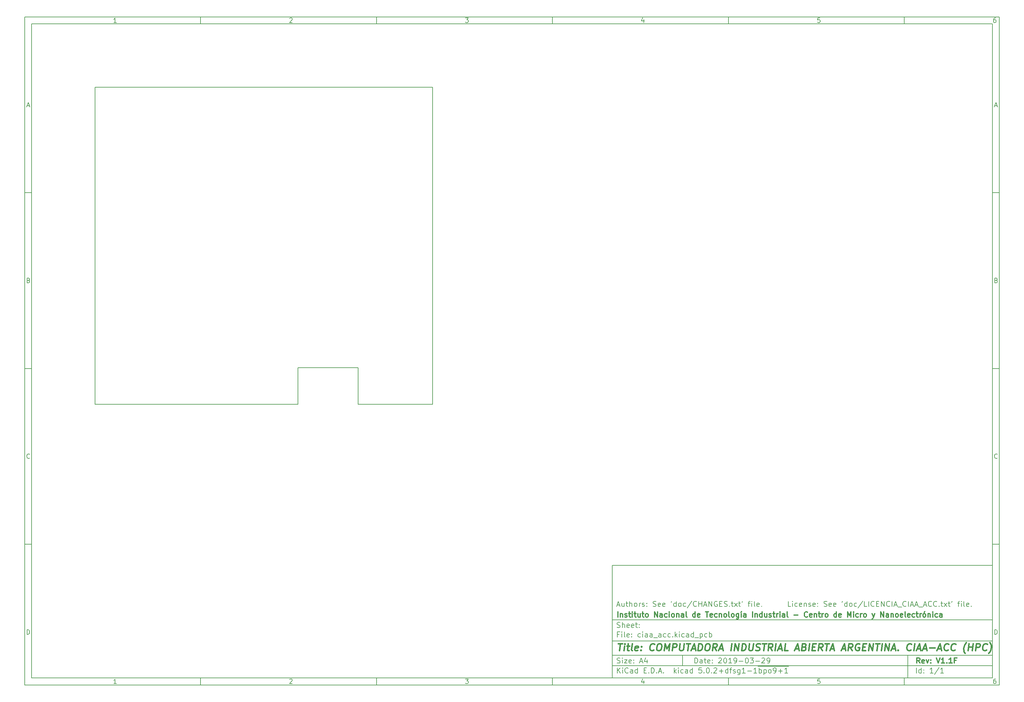
<source format=gbr>
G04 #@! TF.GenerationSoftware,KiCad,Pcbnew,5.0.2+dfsg1-1~bpo9+1*
G04 #@! TF.CreationDate,2019-03-29T14:07:49-03:00*
G04 #@! TF.ProjectId,ciaa_acc,63696161-5f61-4636-932e-6b696361645f,V1.1F*
G04 #@! TF.SameCoordinates,Original*
G04 #@! TF.FileFunction,Profile,NP*
%FSLAX46Y46*%
G04 Gerber Fmt 4.6, Leading zero omitted, Abs format (unit mm)*
G04 Created by KiCad (PCBNEW 5.0.2+dfsg1-1~bpo9+1) date Fri 29 Mar 2019 02:07:49 PM -03*
%MOMM*%
%LPD*%
G01*
G04 APERTURE LIST*
%ADD10C,0.101600*%
%ADD11C,0.150000*%
%ADD12C,0.300000*%
%ADD13C,0.400000*%
G04 APERTURE END LIST*
D10*
D11*
X177002200Y-166007200D02*
X177002200Y-198007200D01*
X285002200Y-198007200D01*
X285002200Y-166007200D01*
X177002200Y-166007200D01*
D10*
D11*
X10000000Y-10000000D02*
X10000000Y-200007200D01*
X287002200Y-200007200D01*
X287002200Y-10000000D01*
X10000000Y-10000000D01*
D10*
D11*
X12000000Y-12000000D02*
X12000000Y-198007200D01*
X285002200Y-198007200D01*
X285002200Y-12000000D01*
X12000000Y-12000000D01*
D10*
D11*
X60000000Y-12000000D02*
X60000000Y-10000000D01*
D10*
D11*
X110000000Y-12000000D02*
X110000000Y-10000000D01*
D10*
D11*
X160000000Y-12000000D02*
X160000000Y-10000000D01*
D10*
D11*
X210000000Y-12000000D02*
X210000000Y-10000000D01*
D10*
D11*
X260000000Y-12000000D02*
X260000000Y-10000000D01*
D10*
D11*
X36065476Y-11588095D02*
X35322619Y-11588095D01*
X35694047Y-11588095D02*
X35694047Y-10288095D01*
X35570238Y-10473809D01*
X35446428Y-10597619D01*
X35322619Y-10659523D01*
D10*
D11*
X85322619Y-10411904D02*
X85384523Y-10350000D01*
X85508333Y-10288095D01*
X85817857Y-10288095D01*
X85941666Y-10350000D01*
X86003571Y-10411904D01*
X86065476Y-10535714D01*
X86065476Y-10659523D01*
X86003571Y-10845238D01*
X85260714Y-11588095D01*
X86065476Y-11588095D01*
D10*
D11*
X135260714Y-10288095D02*
X136065476Y-10288095D01*
X135632142Y-10783333D01*
X135817857Y-10783333D01*
X135941666Y-10845238D01*
X136003571Y-10907142D01*
X136065476Y-11030952D01*
X136065476Y-11340476D01*
X136003571Y-11464285D01*
X135941666Y-11526190D01*
X135817857Y-11588095D01*
X135446428Y-11588095D01*
X135322619Y-11526190D01*
X135260714Y-11464285D01*
D10*
D11*
X185941666Y-10721428D02*
X185941666Y-11588095D01*
X185632142Y-10226190D02*
X185322619Y-11154761D01*
X186127380Y-11154761D01*
D10*
D11*
X236003571Y-10288095D02*
X235384523Y-10288095D01*
X235322619Y-10907142D01*
X235384523Y-10845238D01*
X235508333Y-10783333D01*
X235817857Y-10783333D01*
X235941666Y-10845238D01*
X236003571Y-10907142D01*
X236065476Y-11030952D01*
X236065476Y-11340476D01*
X236003571Y-11464285D01*
X235941666Y-11526190D01*
X235817857Y-11588095D01*
X235508333Y-11588095D01*
X235384523Y-11526190D01*
X235322619Y-11464285D01*
D10*
D11*
X285941666Y-10288095D02*
X285694047Y-10288095D01*
X285570238Y-10350000D01*
X285508333Y-10411904D01*
X285384523Y-10597619D01*
X285322619Y-10845238D01*
X285322619Y-11340476D01*
X285384523Y-11464285D01*
X285446428Y-11526190D01*
X285570238Y-11588095D01*
X285817857Y-11588095D01*
X285941666Y-11526190D01*
X286003571Y-11464285D01*
X286065476Y-11340476D01*
X286065476Y-11030952D01*
X286003571Y-10907142D01*
X285941666Y-10845238D01*
X285817857Y-10783333D01*
X285570238Y-10783333D01*
X285446428Y-10845238D01*
X285384523Y-10907142D01*
X285322619Y-11030952D01*
D10*
D11*
X60000000Y-198007200D02*
X60000000Y-200007200D01*
D10*
D11*
X110000000Y-198007200D02*
X110000000Y-200007200D01*
D10*
D11*
X160000000Y-198007200D02*
X160000000Y-200007200D01*
D10*
D11*
X210000000Y-198007200D02*
X210000000Y-200007200D01*
D10*
D11*
X260000000Y-198007200D02*
X260000000Y-200007200D01*
D10*
D11*
X36065476Y-199595295D02*
X35322619Y-199595295D01*
X35694047Y-199595295D02*
X35694047Y-198295295D01*
X35570238Y-198481009D01*
X35446428Y-198604819D01*
X35322619Y-198666723D01*
D10*
D11*
X85322619Y-198419104D02*
X85384523Y-198357200D01*
X85508333Y-198295295D01*
X85817857Y-198295295D01*
X85941666Y-198357200D01*
X86003571Y-198419104D01*
X86065476Y-198542914D01*
X86065476Y-198666723D01*
X86003571Y-198852438D01*
X85260714Y-199595295D01*
X86065476Y-199595295D01*
D10*
D11*
X135260714Y-198295295D02*
X136065476Y-198295295D01*
X135632142Y-198790533D01*
X135817857Y-198790533D01*
X135941666Y-198852438D01*
X136003571Y-198914342D01*
X136065476Y-199038152D01*
X136065476Y-199347676D01*
X136003571Y-199471485D01*
X135941666Y-199533390D01*
X135817857Y-199595295D01*
X135446428Y-199595295D01*
X135322619Y-199533390D01*
X135260714Y-199471485D01*
D10*
D11*
X185941666Y-198728628D02*
X185941666Y-199595295D01*
X185632142Y-198233390D02*
X185322619Y-199161961D01*
X186127380Y-199161961D01*
D10*
D11*
X236003571Y-198295295D02*
X235384523Y-198295295D01*
X235322619Y-198914342D01*
X235384523Y-198852438D01*
X235508333Y-198790533D01*
X235817857Y-198790533D01*
X235941666Y-198852438D01*
X236003571Y-198914342D01*
X236065476Y-199038152D01*
X236065476Y-199347676D01*
X236003571Y-199471485D01*
X235941666Y-199533390D01*
X235817857Y-199595295D01*
X235508333Y-199595295D01*
X235384523Y-199533390D01*
X235322619Y-199471485D01*
D10*
D11*
X285941666Y-198295295D02*
X285694047Y-198295295D01*
X285570238Y-198357200D01*
X285508333Y-198419104D01*
X285384523Y-198604819D01*
X285322619Y-198852438D01*
X285322619Y-199347676D01*
X285384523Y-199471485D01*
X285446428Y-199533390D01*
X285570238Y-199595295D01*
X285817857Y-199595295D01*
X285941666Y-199533390D01*
X286003571Y-199471485D01*
X286065476Y-199347676D01*
X286065476Y-199038152D01*
X286003571Y-198914342D01*
X285941666Y-198852438D01*
X285817857Y-198790533D01*
X285570238Y-198790533D01*
X285446428Y-198852438D01*
X285384523Y-198914342D01*
X285322619Y-199038152D01*
D10*
D11*
X10000000Y-60000000D02*
X12000000Y-60000000D01*
D10*
D11*
X10000000Y-110000000D02*
X12000000Y-110000000D01*
D10*
D11*
X10000000Y-160000000D02*
X12000000Y-160000000D01*
D10*
D11*
X10690476Y-35216666D02*
X11309523Y-35216666D01*
X10566666Y-35588095D02*
X11000000Y-34288095D01*
X11433333Y-35588095D01*
D10*
D11*
X11092857Y-84907142D02*
X11278571Y-84969047D01*
X11340476Y-85030952D01*
X11402380Y-85154761D01*
X11402380Y-85340476D01*
X11340476Y-85464285D01*
X11278571Y-85526190D01*
X11154761Y-85588095D01*
X10659523Y-85588095D01*
X10659523Y-84288095D01*
X11092857Y-84288095D01*
X11216666Y-84350000D01*
X11278571Y-84411904D01*
X11340476Y-84535714D01*
X11340476Y-84659523D01*
X11278571Y-84783333D01*
X11216666Y-84845238D01*
X11092857Y-84907142D01*
X10659523Y-84907142D01*
D10*
D11*
X11402380Y-135464285D02*
X11340476Y-135526190D01*
X11154761Y-135588095D01*
X11030952Y-135588095D01*
X10845238Y-135526190D01*
X10721428Y-135402380D01*
X10659523Y-135278571D01*
X10597619Y-135030952D01*
X10597619Y-134845238D01*
X10659523Y-134597619D01*
X10721428Y-134473809D01*
X10845238Y-134350000D01*
X11030952Y-134288095D01*
X11154761Y-134288095D01*
X11340476Y-134350000D01*
X11402380Y-134411904D01*
D10*
D11*
X10659523Y-185588095D02*
X10659523Y-184288095D01*
X10969047Y-184288095D01*
X11154761Y-184350000D01*
X11278571Y-184473809D01*
X11340476Y-184597619D01*
X11402380Y-184845238D01*
X11402380Y-185030952D01*
X11340476Y-185278571D01*
X11278571Y-185402380D01*
X11154761Y-185526190D01*
X10969047Y-185588095D01*
X10659523Y-185588095D01*
D10*
D11*
X287002200Y-60000000D02*
X285002200Y-60000000D01*
D10*
D11*
X287002200Y-110000000D02*
X285002200Y-110000000D01*
D10*
D11*
X287002200Y-160000000D02*
X285002200Y-160000000D01*
D10*
D11*
X285692676Y-35216666D02*
X286311723Y-35216666D01*
X285568866Y-35588095D02*
X286002200Y-34288095D01*
X286435533Y-35588095D01*
D10*
D11*
X286095057Y-84907142D02*
X286280771Y-84969047D01*
X286342676Y-85030952D01*
X286404580Y-85154761D01*
X286404580Y-85340476D01*
X286342676Y-85464285D01*
X286280771Y-85526190D01*
X286156961Y-85588095D01*
X285661723Y-85588095D01*
X285661723Y-84288095D01*
X286095057Y-84288095D01*
X286218866Y-84350000D01*
X286280771Y-84411904D01*
X286342676Y-84535714D01*
X286342676Y-84659523D01*
X286280771Y-84783333D01*
X286218866Y-84845238D01*
X286095057Y-84907142D01*
X285661723Y-84907142D01*
D10*
D11*
X286404580Y-135464285D02*
X286342676Y-135526190D01*
X286156961Y-135588095D01*
X286033152Y-135588095D01*
X285847438Y-135526190D01*
X285723628Y-135402380D01*
X285661723Y-135278571D01*
X285599819Y-135030952D01*
X285599819Y-134845238D01*
X285661723Y-134597619D01*
X285723628Y-134473809D01*
X285847438Y-134350000D01*
X286033152Y-134288095D01*
X286156961Y-134288095D01*
X286342676Y-134350000D01*
X286404580Y-134411904D01*
D10*
D11*
X285661723Y-185588095D02*
X285661723Y-184288095D01*
X285971247Y-184288095D01*
X286156961Y-184350000D01*
X286280771Y-184473809D01*
X286342676Y-184597619D01*
X286404580Y-184845238D01*
X286404580Y-185030952D01*
X286342676Y-185278571D01*
X286280771Y-185402380D01*
X286156961Y-185526190D01*
X285971247Y-185588095D01*
X285661723Y-185588095D01*
D10*
D11*
X200434342Y-193785771D02*
X200434342Y-192285771D01*
X200791485Y-192285771D01*
X201005771Y-192357200D01*
X201148628Y-192500057D01*
X201220057Y-192642914D01*
X201291485Y-192928628D01*
X201291485Y-193142914D01*
X201220057Y-193428628D01*
X201148628Y-193571485D01*
X201005771Y-193714342D01*
X200791485Y-193785771D01*
X200434342Y-193785771D01*
X202577200Y-193785771D02*
X202577200Y-193000057D01*
X202505771Y-192857200D01*
X202362914Y-192785771D01*
X202077200Y-192785771D01*
X201934342Y-192857200D01*
X202577200Y-193714342D02*
X202434342Y-193785771D01*
X202077200Y-193785771D01*
X201934342Y-193714342D01*
X201862914Y-193571485D01*
X201862914Y-193428628D01*
X201934342Y-193285771D01*
X202077200Y-193214342D01*
X202434342Y-193214342D01*
X202577200Y-193142914D01*
X203077200Y-192785771D02*
X203648628Y-192785771D01*
X203291485Y-192285771D02*
X203291485Y-193571485D01*
X203362914Y-193714342D01*
X203505771Y-193785771D01*
X203648628Y-193785771D01*
X204720057Y-193714342D02*
X204577200Y-193785771D01*
X204291485Y-193785771D01*
X204148628Y-193714342D01*
X204077200Y-193571485D01*
X204077200Y-193000057D01*
X204148628Y-192857200D01*
X204291485Y-192785771D01*
X204577200Y-192785771D01*
X204720057Y-192857200D01*
X204791485Y-193000057D01*
X204791485Y-193142914D01*
X204077200Y-193285771D01*
X205434342Y-193642914D02*
X205505771Y-193714342D01*
X205434342Y-193785771D01*
X205362914Y-193714342D01*
X205434342Y-193642914D01*
X205434342Y-193785771D01*
X205434342Y-192857200D02*
X205505771Y-192928628D01*
X205434342Y-193000057D01*
X205362914Y-192928628D01*
X205434342Y-192857200D01*
X205434342Y-193000057D01*
X207220057Y-192428628D02*
X207291485Y-192357200D01*
X207434342Y-192285771D01*
X207791485Y-192285771D01*
X207934342Y-192357200D01*
X208005771Y-192428628D01*
X208077200Y-192571485D01*
X208077200Y-192714342D01*
X208005771Y-192928628D01*
X207148628Y-193785771D01*
X208077200Y-193785771D01*
X209005771Y-192285771D02*
X209148628Y-192285771D01*
X209291485Y-192357200D01*
X209362914Y-192428628D01*
X209434342Y-192571485D01*
X209505771Y-192857200D01*
X209505771Y-193214342D01*
X209434342Y-193500057D01*
X209362914Y-193642914D01*
X209291485Y-193714342D01*
X209148628Y-193785771D01*
X209005771Y-193785771D01*
X208862914Y-193714342D01*
X208791485Y-193642914D01*
X208720057Y-193500057D01*
X208648628Y-193214342D01*
X208648628Y-192857200D01*
X208720057Y-192571485D01*
X208791485Y-192428628D01*
X208862914Y-192357200D01*
X209005771Y-192285771D01*
X210934342Y-193785771D02*
X210077200Y-193785771D01*
X210505771Y-193785771D02*
X210505771Y-192285771D01*
X210362914Y-192500057D01*
X210220057Y-192642914D01*
X210077200Y-192714342D01*
X211648628Y-193785771D02*
X211934342Y-193785771D01*
X212077200Y-193714342D01*
X212148628Y-193642914D01*
X212291485Y-193428628D01*
X212362914Y-193142914D01*
X212362914Y-192571485D01*
X212291485Y-192428628D01*
X212220057Y-192357200D01*
X212077200Y-192285771D01*
X211791485Y-192285771D01*
X211648628Y-192357200D01*
X211577200Y-192428628D01*
X211505771Y-192571485D01*
X211505771Y-192928628D01*
X211577200Y-193071485D01*
X211648628Y-193142914D01*
X211791485Y-193214342D01*
X212077200Y-193214342D01*
X212220057Y-193142914D01*
X212291485Y-193071485D01*
X212362914Y-192928628D01*
X213005771Y-193214342D02*
X214148628Y-193214342D01*
X215148628Y-192285771D02*
X215291485Y-192285771D01*
X215434342Y-192357200D01*
X215505771Y-192428628D01*
X215577200Y-192571485D01*
X215648628Y-192857200D01*
X215648628Y-193214342D01*
X215577200Y-193500057D01*
X215505771Y-193642914D01*
X215434342Y-193714342D01*
X215291485Y-193785771D01*
X215148628Y-193785771D01*
X215005771Y-193714342D01*
X214934342Y-193642914D01*
X214862914Y-193500057D01*
X214791485Y-193214342D01*
X214791485Y-192857200D01*
X214862914Y-192571485D01*
X214934342Y-192428628D01*
X215005771Y-192357200D01*
X215148628Y-192285771D01*
X216148628Y-192285771D02*
X217077200Y-192285771D01*
X216577200Y-192857200D01*
X216791485Y-192857200D01*
X216934342Y-192928628D01*
X217005771Y-193000057D01*
X217077200Y-193142914D01*
X217077200Y-193500057D01*
X217005771Y-193642914D01*
X216934342Y-193714342D01*
X216791485Y-193785771D01*
X216362914Y-193785771D01*
X216220057Y-193714342D01*
X216148628Y-193642914D01*
X217720057Y-193214342D02*
X218862914Y-193214342D01*
X219505771Y-192428628D02*
X219577200Y-192357200D01*
X219720057Y-192285771D01*
X220077200Y-192285771D01*
X220220057Y-192357200D01*
X220291485Y-192428628D01*
X220362914Y-192571485D01*
X220362914Y-192714342D01*
X220291485Y-192928628D01*
X219434342Y-193785771D01*
X220362914Y-193785771D01*
X221077200Y-193785771D02*
X221362914Y-193785771D01*
X221505771Y-193714342D01*
X221577200Y-193642914D01*
X221720057Y-193428628D01*
X221791485Y-193142914D01*
X221791485Y-192571485D01*
X221720057Y-192428628D01*
X221648628Y-192357200D01*
X221505771Y-192285771D01*
X221220057Y-192285771D01*
X221077200Y-192357200D01*
X221005771Y-192428628D01*
X220934342Y-192571485D01*
X220934342Y-192928628D01*
X221005771Y-193071485D01*
X221077200Y-193142914D01*
X221220057Y-193214342D01*
X221505771Y-193214342D01*
X221648628Y-193142914D01*
X221720057Y-193071485D01*
X221791485Y-192928628D01*
D10*
D11*
X177002200Y-194507200D02*
X285002200Y-194507200D01*
D10*
D11*
X178434342Y-196585771D02*
X178434342Y-195085771D01*
X179291485Y-196585771D02*
X178648628Y-195728628D01*
X179291485Y-195085771D02*
X178434342Y-195942914D01*
X179934342Y-196585771D02*
X179934342Y-195585771D01*
X179934342Y-195085771D02*
X179862914Y-195157200D01*
X179934342Y-195228628D01*
X180005771Y-195157200D01*
X179934342Y-195085771D01*
X179934342Y-195228628D01*
X181505771Y-196442914D02*
X181434342Y-196514342D01*
X181220057Y-196585771D01*
X181077200Y-196585771D01*
X180862914Y-196514342D01*
X180720057Y-196371485D01*
X180648628Y-196228628D01*
X180577200Y-195942914D01*
X180577200Y-195728628D01*
X180648628Y-195442914D01*
X180720057Y-195300057D01*
X180862914Y-195157200D01*
X181077200Y-195085771D01*
X181220057Y-195085771D01*
X181434342Y-195157200D01*
X181505771Y-195228628D01*
X182791485Y-196585771D02*
X182791485Y-195800057D01*
X182720057Y-195657200D01*
X182577200Y-195585771D01*
X182291485Y-195585771D01*
X182148628Y-195657200D01*
X182791485Y-196514342D02*
X182648628Y-196585771D01*
X182291485Y-196585771D01*
X182148628Y-196514342D01*
X182077200Y-196371485D01*
X182077200Y-196228628D01*
X182148628Y-196085771D01*
X182291485Y-196014342D01*
X182648628Y-196014342D01*
X182791485Y-195942914D01*
X184148628Y-196585771D02*
X184148628Y-195085771D01*
X184148628Y-196514342D02*
X184005771Y-196585771D01*
X183720057Y-196585771D01*
X183577200Y-196514342D01*
X183505771Y-196442914D01*
X183434342Y-196300057D01*
X183434342Y-195871485D01*
X183505771Y-195728628D01*
X183577200Y-195657200D01*
X183720057Y-195585771D01*
X184005771Y-195585771D01*
X184148628Y-195657200D01*
X186005771Y-195800057D02*
X186505771Y-195800057D01*
X186720057Y-196585771D02*
X186005771Y-196585771D01*
X186005771Y-195085771D01*
X186720057Y-195085771D01*
X187362914Y-196442914D02*
X187434342Y-196514342D01*
X187362914Y-196585771D01*
X187291485Y-196514342D01*
X187362914Y-196442914D01*
X187362914Y-196585771D01*
X188077200Y-196585771D02*
X188077200Y-195085771D01*
X188434342Y-195085771D01*
X188648628Y-195157200D01*
X188791485Y-195300057D01*
X188862914Y-195442914D01*
X188934342Y-195728628D01*
X188934342Y-195942914D01*
X188862914Y-196228628D01*
X188791485Y-196371485D01*
X188648628Y-196514342D01*
X188434342Y-196585771D01*
X188077200Y-196585771D01*
X189577200Y-196442914D02*
X189648628Y-196514342D01*
X189577200Y-196585771D01*
X189505771Y-196514342D01*
X189577200Y-196442914D01*
X189577200Y-196585771D01*
X190220057Y-196157200D02*
X190934342Y-196157200D01*
X190077200Y-196585771D02*
X190577200Y-195085771D01*
X191077200Y-196585771D01*
X191577200Y-196442914D02*
X191648628Y-196514342D01*
X191577200Y-196585771D01*
X191505771Y-196514342D01*
X191577200Y-196442914D01*
X191577200Y-196585771D01*
X194577200Y-196585771D02*
X194577200Y-195085771D01*
X194720057Y-196014342D02*
X195148628Y-196585771D01*
X195148628Y-195585771D02*
X194577200Y-196157200D01*
X195791485Y-196585771D02*
X195791485Y-195585771D01*
X195791485Y-195085771D02*
X195720057Y-195157200D01*
X195791485Y-195228628D01*
X195862914Y-195157200D01*
X195791485Y-195085771D01*
X195791485Y-195228628D01*
X197148628Y-196514342D02*
X197005771Y-196585771D01*
X196720057Y-196585771D01*
X196577200Y-196514342D01*
X196505771Y-196442914D01*
X196434342Y-196300057D01*
X196434342Y-195871485D01*
X196505771Y-195728628D01*
X196577200Y-195657200D01*
X196720057Y-195585771D01*
X197005771Y-195585771D01*
X197148628Y-195657200D01*
X198434342Y-196585771D02*
X198434342Y-195800057D01*
X198362914Y-195657200D01*
X198220057Y-195585771D01*
X197934342Y-195585771D01*
X197791485Y-195657200D01*
X198434342Y-196514342D02*
X198291485Y-196585771D01*
X197934342Y-196585771D01*
X197791485Y-196514342D01*
X197720057Y-196371485D01*
X197720057Y-196228628D01*
X197791485Y-196085771D01*
X197934342Y-196014342D01*
X198291485Y-196014342D01*
X198434342Y-195942914D01*
X199791485Y-196585771D02*
X199791485Y-195085771D01*
X199791485Y-196514342D02*
X199648628Y-196585771D01*
X199362914Y-196585771D01*
X199220057Y-196514342D01*
X199148628Y-196442914D01*
X199077200Y-196300057D01*
X199077200Y-195871485D01*
X199148628Y-195728628D01*
X199220057Y-195657200D01*
X199362914Y-195585771D01*
X199648628Y-195585771D01*
X199791485Y-195657200D01*
X202362914Y-195085771D02*
X201648628Y-195085771D01*
X201577200Y-195800057D01*
X201648628Y-195728628D01*
X201791485Y-195657200D01*
X202148628Y-195657200D01*
X202291485Y-195728628D01*
X202362914Y-195800057D01*
X202434342Y-195942914D01*
X202434342Y-196300057D01*
X202362914Y-196442914D01*
X202291485Y-196514342D01*
X202148628Y-196585771D01*
X201791485Y-196585771D01*
X201648628Y-196514342D01*
X201577200Y-196442914D01*
X203077200Y-196442914D02*
X203148628Y-196514342D01*
X203077200Y-196585771D01*
X203005771Y-196514342D01*
X203077200Y-196442914D01*
X203077200Y-196585771D01*
X204077200Y-195085771D02*
X204220057Y-195085771D01*
X204362914Y-195157200D01*
X204434342Y-195228628D01*
X204505771Y-195371485D01*
X204577200Y-195657200D01*
X204577200Y-196014342D01*
X204505771Y-196300057D01*
X204434342Y-196442914D01*
X204362914Y-196514342D01*
X204220057Y-196585771D01*
X204077200Y-196585771D01*
X203934342Y-196514342D01*
X203862914Y-196442914D01*
X203791485Y-196300057D01*
X203720057Y-196014342D01*
X203720057Y-195657200D01*
X203791485Y-195371485D01*
X203862914Y-195228628D01*
X203934342Y-195157200D01*
X204077200Y-195085771D01*
X205220057Y-196442914D02*
X205291485Y-196514342D01*
X205220057Y-196585771D01*
X205148628Y-196514342D01*
X205220057Y-196442914D01*
X205220057Y-196585771D01*
X205862914Y-195228628D02*
X205934342Y-195157200D01*
X206077200Y-195085771D01*
X206434342Y-195085771D01*
X206577200Y-195157200D01*
X206648628Y-195228628D01*
X206720057Y-195371485D01*
X206720057Y-195514342D01*
X206648628Y-195728628D01*
X205791485Y-196585771D01*
X206720057Y-196585771D01*
X207362914Y-196014342D02*
X208505771Y-196014342D01*
X207934342Y-196585771D02*
X207934342Y-195442914D01*
X209862914Y-196585771D02*
X209862914Y-195085771D01*
X209862914Y-196514342D02*
X209720057Y-196585771D01*
X209434342Y-196585771D01*
X209291485Y-196514342D01*
X209220057Y-196442914D01*
X209148628Y-196300057D01*
X209148628Y-195871485D01*
X209220057Y-195728628D01*
X209291485Y-195657200D01*
X209434342Y-195585771D01*
X209720057Y-195585771D01*
X209862914Y-195657200D01*
X210362914Y-195585771D02*
X210934342Y-195585771D01*
X210577200Y-196585771D02*
X210577200Y-195300057D01*
X210648628Y-195157200D01*
X210791485Y-195085771D01*
X210934342Y-195085771D01*
X211362914Y-196514342D02*
X211505771Y-196585771D01*
X211791485Y-196585771D01*
X211934342Y-196514342D01*
X212005771Y-196371485D01*
X212005771Y-196300057D01*
X211934342Y-196157200D01*
X211791485Y-196085771D01*
X211577200Y-196085771D01*
X211434342Y-196014342D01*
X211362914Y-195871485D01*
X211362914Y-195800057D01*
X211434342Y-195657200D01*
X211577200Y-195585771D01*
X211791485Y-195585771D01*
X211934342Y-195657200D01*
X213291485Y-195585771D02*
X213291485Y-196800057D01*
X213220057Y-196942914D01*
X213148628Y-197014342D01*
X213005771Y-197085771D01*
X212791485Y-197085771D01*
X212648628Y-197014342D01*
X213291485Y-196514342D02*
X213148628Y-196585771D01*
X212862914Y-196585771D01*
X212720057Y-196514342D01*
X212648628Y-196442914D01*
X212577200Y-196300057D01*
X212577200Y-195871485D01*
X212648628Y-195728628D01*
X212720057Y-195657200D01*
X212862914Y-195585771D01*
X213148628Y-195585771D01*
X213291485Y-195657200D01*
X214791485Y-196585771D02*
X213934342Y-196585771D01*
X214362914Y-196585771D02*
X214362914Y-195085771D01*
X214220057Y-195300057D01*
X214077200Y-195442914D01*
X213934342Y-195514342D01*
X215434342Y-196014342D02*
X216577200Y-196014342D01*
X218077200Y-196585771D02*
X217220057Y-196585771D01*
X217648628Y-196585771D02*
X217648628Y-195085771D01*
X217505771Y-195300057D01*
X217362914Y-195442914D01*
X217220057Y-195514342D01*
X218362914Y-194677200D02*
X219720057Y-194677200D01*
X218720057Y-196585771D02*
X218720057Y-195085771D01*
X218720057Y-195657200D02*
X218862914Y-195585771D01*
X219148628Y-195585771D01*
X219291485Y-195657200D01*
X219362914Y-195728628D01*
X219434342Y-195871485D01*
X219434342Y-196300057D01*
X219362914Y-196442914D01*
X219291485Y-196514342D01*
X219148628Y-196585771D01*
X218862914Y-196585771D01*
X218720057Y-196514342D01*
X219720057Y-194677200D02*
X221077200Y-194677200D01*
X220077200Y-195585771D02*
X220077200Y-197085771D01*
X220077200Y-195657200D02*
X220220057Y-195585771D01*
X220505771Y-195585771D01*
X220648628Y-195657200D01*
X220720057Y-195728628D01*
X220791485Y-195871485D01*
X220791485Y-196300057D01*
X220720057Y-196442914D01*
X220648628Y-196514342D01*
X220505771Y-196585771D01*
X220220057Y-196585771D01*
X220077200Y-196514342D01*
X221077200Y-194677200D02*
X222434342Y-194677200D01*
X221648628Y-196585771D02*
X221505771Y-196514342D01*
X221434342Y-196442914D01*
X221362914Y-196300057D01*
X221362914Y-195871485D01*
X221434342Y-195728628D01*
X221505771Y-195657200D01*
X221648628Y-195585771D01*
X221862914Y-195585771D01*
X222005771Y-195657200D01*
X222077200Y-195728628D01*
X222148628Y-195871485D01*
X222148628Y-196300057D01*
X222077200Y-196442914D01*
X222005771Y-196514342D01*
X221862914Y-196585771D01*
X221648628Y-196585771D01*
X222434342Y-194677200D02*
X223862914Y-194677200D01*
X222862914Y-196585771D02*
X223148628Y-196585771D01*
X223291485Y-196514342D01*
X223362914Y-196442914D01*
X223505771Y-196228628D01*
X223577200Y-195942914D01*
X223577200Y-195371485D01*
X223505771Y-195228628D01*
X223434342Y-195157200D01*
X223291485Y-195085771D01*
X223005771Y-195085771D01*
X222862914Y-195157200D01*
X222791485Y-195228628D01*
X222720057Y-195371485D01*
X222720057Y-195728628D01*
X222791485Y-195871485D01*
X222862914Y-195942914D01*
X223005771Y-196014342D01*
X223291485Y-196014342D01*
X223434342Y-195942914D01*
X223505771Y-195871485D01*
X223577200Y-195728628D01*
X223862914Y-194677200D02*
X225720057Y-194677200D01*
X224220057Y-196014342D02*
X225362914Y-196014342D01*
X224791485Y-196585771D02*
X224791485Y-195442914D01*
X225720057Y-194677200D02*
X227148628Y-194677200D01*
X226862914Y-196585771D02*
X226005771Y-196585771D01*
X226434342Y-196585771D02*
X226434342Y-195085771D01*
X226291485Y-195300057D01*
X226148628Y-195442914D01*
X226005771Y-195514342D01*
D10*
D11*
X177002200Y-191507200D02*
X285002200Y-191507200D01*
D10*
D12*
X264411485Y-193785771D02*
X263911485Y-193071485D01*
X263554342Y-193785771D02*
X263554342Y-192285771D01*
X264125771Y-192285771D01*
X264268628Y-192357200D01*
X264340057Y-192428628D01*
X264411485Y-192571485D01*
X264411485Y-192785771D01*
X264340057Y-192928628D01*
X264268628Y-193000057D01*
X264125771Y-193071485D01*
X263554342Y-193071485D01*
X265625771Y-193714342D02*
X265482914Y-193785771D01*
X265197200Y-193785771D01*
X265054342Y-193714342D01*
X264982914Y-193571485D01*
X264982914Y-193000057D01*
X265054342Y-192857200D01*
X265197200Y-192785771D01*
X265482914Y-192785771D01*
X265625771Y-192857200D01*
X265697200Y-193000057D01*
X265697200Y-193142914D01*
X264982914Y-193285771D01*
X266197200Y-192785771D02*
X266554342Y-193785771D01*
X266911485Y-192785771D01*
X267482914Y-193642914D02*
X267554342Y-193714342D01*
X267482914Y-193785771D01*
X267411485Y-193714342D01*
X267482914Y-193642914D01*
X267482914Y-193785771D01*
X267482914Y-192857200D02*
X267554342Y-192928628D01*
X267482914Y-193000057D01*
X267411485Y-192928628D01*
X267482914Y-192857200D01*
X267482914Y-193000057D01*
X269125771Y-192285771D02*
X269625771Y-193785771D01*
X270125771Y-192285771D01*
X271411485Y-193785771D02*
X270554342Y-193785771D01*
X270982914Y-193785771D02*
X270982914Y-192285771D01*
X270840057Y-192500057D01*
X270697200Y-192642914D01*
X270554342Y-192714342D01*
X272054342Y-193642914D02*
X272125771Y-193714342D01*
X272054342Y-193785771D01*
X271982914Y-193714342D01*
X272054342Y-193642914D01*
X272054342Y-193785771D01*
X273554342Y-193785771D02*
X272697200Y-193785771D01*
X273125771Y-193785771D02*
X273125771Y-192285771D01*
X272982914Y-192500057D01*
X272840057Y-192642914D01*
X272697200Y-192714342D01*
X274697200Y-193000057D02*
X274197200Y-193000057D01*
X274197200Y-193785771D02*
X274197200Y-192285771D01*
X274911485Y-192285771D01*
D10*
D11*
X178362914Y-193714342D02*
X178577200Y-193785771D01*
X178934342Y-193785771D01*
X179077200Y-193714342D01*
X179148628Y-193642914D01*
X179220057Y-193500057D01*
X179220057Y-193357200D01*
X179148628Y-193214342D01*
X179077200Y-193142914D01*
X178934342Y-193071485D01*
X178648628Y-193000057D01*
X178505771Y-192928628D01*
X178434342Y-192857200D01*
X178362914Y-192714342D01*
X178362914Y-192571485D01*
X178434342Y-192428628D01*
X178505771Y-192357200D01*
X178648628Y-192285771D01*
X179005771Y-192285771D01*
X179220057Y-192357200D01*
X179862914Y-193785771D02*
X179862914Y-192785771D01*
X179862914Y-192285771D02*
X179791485Y-192357200D01*
X179862914Y-192428628D01*
X179934342Y-192357200D01*
X179862914Y-192285771D01*
X179862914Y-192428628D01*
X180434342Y-192785771D02*
X181220057Y-192785771D01*
X180434342Y-193785771D01*
X181220057Y-193785771D01*
X182362914Y-193714342D02*
X182220057Y-193785771D01*
X181934342Y-193785771D01*
X181791485Y-193714342D01*
X181720057Y-193571485D01*
X181720057Y-193000057D01*
X181791485Y-192857200D01*
X181934342Y-192785771D01*
X182220057Y-192785771D01*
X182362914Y-192857200D01*
X182434342Y-193000057D01*
X182434342Y-193142914D01*
X181720057Y-193285771D01*
X183077200Y-193642914D02*
X183148628Y-193714342D01*
X183077200Y-193785771D01*
X183005771Y-193714342D01*
X183077200Y-193642914D01*
X183077200Y-193785771D01*
X183077200Y-192857200D02*
X183148628Y-192928628D01*
X183077200Y-193000057D01*
X183005771Y-192928628D01*
X183077200Y-192857200D01*
X183077200Y-193000057D01*
X184862914Y-193357200D02*
X185577200Y-193357200D01*
X184720057Y-193785771D02*
X185220057Y-192285771D01*
X185720057Y-193785771D01*
X186862914Y-192785771D02*
X186862914Y-193785771D01*
X186505771Y-192214342D02*
X186148628Y-193285771D01*
X187077200Y-193285771D01*
D10*
D11*
X263434342Y-196585771D02*
X263434342Y-195085771D01*
X264791485Y-196585771D02*
X264791485Y-195085771D01*
X264791485Y-196514342D02*
X264648628Y-196585771D01*
X264362914Y-196585771D01*
X264220057Y-196514342D01*
X264148628Y-196442914D01*
X264077200Y-196300057D01*
X264077200Y-195871485D01*
X264148628Y-195728628D01*
X264220057Y-195657200D01*
X264362914Y-195585771D01*
X264648628Y-195585771D01*
X264791485Y-195657200D01*
X265505771Y-196442914D02*
X265577200Y-196514342D01*
X265505771Y-196585771D01*
X265434342Y-196514342D01*
X265505771Y-196442914D01*
X265505771Y-196585771D01*
X265505771Y-195657200D02*
X265577200Y-195728628D01*
X265505771Y-195800057D01*
X265434342Y-195728628D01*
X265505771Y-195657200D01*
X265505771Y-195800057D01*
X268148628Y-196585771D02*
X267291485Y-196585771D01*
X267720057Y-196585771D02*
X267720057Y-195085771D01*
X267577200Y-195300057D01*
X267434342Y-195442914D01*
X267291485Y-195514342D01*
X269862914Y-195014342D02*
X268577200Y-196942914D01*
X271148628Y-196585771D02*
X270291485Y-196585771D01*
X270720057Y-196585771D02*
X270720057Y-195085771D01*
X270577200Y-195300057D01*
X270434342Y-195442914D01*
X270291485Y-195514342D01*
D10*
D11*
X177002200Y-187507200D02*
X285002200Y-187507200D01*
D10*
D13*
X178714580Y-188211961D02*
X179857438Y-188211961D01*
X179036009Y-190211961D02*
X179286009Y-188211961D01*
X180274104Y-190211961D02*
X180440771Y-188878628D01*
X180524104Y-188211961D02*
X180416961Y-188307200D01*
X180500295Y-188402438D01*
X180607438Y-188307200D01*
X180524104Y-188211961D01*
X180500295Y-188402438D01*
X181107438Y-188878628D02*
X181869342Y-188878628D01*
X181476485Y-188211961D02*
X181262200Y-189926247D01*
X181333628Y-190116723D01*
X181512200Y-190211961D01*
X181702676Y-190211961D01*
X182655057Y-190211961D02*
X182476485Y-190116723D01*
X182405057Y-189926247D01*
X182619342Y-188211961D01*
X184190771Y-190116723D02*
X183988390Y-190211961D01*
X183607438Y-190211961D01*
X183428866Y-190116723D01*
X183357438Y-189926247D01*
X183452676Y-189164342D01*
X183571723Y-188973866D01*
X183774104Y-188878628D01*
X184155057Y-188878628D01*
X184333628Y-188973866D01*
X184405057Y-189164342D01*
X184381247Y-189354819D01*
X183405057Y-189545295D01*
X185155057Y-190021485D02*
X185238390Y-190116723D01*
X185131247Y-190211961D01*
X185047914Y-190116723D01*
X185155057Y-190021485D01*
X185131247Y-190211961D01*
X185286009Y-188973866D02*
X185369342Y-189069104D01*
X185262200Y-189164342D01*
X185178866Y-189069104D01*
X185286009Y-188973866D01*
X185262200Y-189164342D01*
X188774104Y-190021485D02*
X188666961Y-190116723D01*
X188369342Y-190211961D01*
X188178866Y-190211961D01*
X187905057Y-190116723D01*
X187738390Y-189926247D01*
X187666961Y-189735771D01*
X187619342Y-189354819D01*
X187655057Y-189069104D01*
X187797914Y-188688152D01*
X187916961Y-188497676D01*
X188131247Y-188307200D01*
X188428866Y-188211961D01*
X188619342Y-188211961D01*
X188893152Y-188307200D01*
X188976485Y-188402438D01*
X190238390Y-188211961D02*
X190619342Y-188211961D01*
X190797914Y-188307200D01*
X190964580Y-188497676D01*
X191012200Y-188878628D01*
X190928866Y-189545295D01*
X190786009Y-189926247D01*
X190571723Y-190116723D01*
X190369342Y-190211961D01*
X189988390Y-190211961D01*
X189809819Y-190116723D01*
X189643152Y-189926247D01*
X189595533Y-189545295D01*
X189678866Y-188878628D01*
X189821723Y-188497676D01*
X190036009Y-188307200D01*
X190238390Y-188211961D01*
X191702676Y-190211961D02*
X191952676Y-188211961D01*
X192440771Y-189640533D01*
X193286009Y-188211961D01*
X193036009Y-190211961D01*
X193988390Y-190211961D02*
X194238390Y-188211961D01*
X195000295Y-188211961D01*
X195178866Y-188307200D01*
X195262200Y-188402438D01*
X195333628Y-188592914D01*
X195297914Y-188878628D01*
X195178866Y-189069104D01*
X195071723Y-189164342D01*
X194869342Y-189259580D01*
X194107438Y-189259580D01*
X196238390Y-188211961D02*
X196036009Y-189831009D01*
X196107438Y-190021485D01*
X196190771Y-190116723D01*
X196369342Y-190211961D01*
X196750295Y-190211961D01*
X196952676Y-190116723D01*
X197059819Y-190021485D01*
X197178866Y-189831009D01*
X197381247Y-188211961D01*
X198047914Y-188211961D02*
X199190771Y-188211961D01*
X198369342Y-190211961D02*
X198619342Y-188211961D01*
X199583628Y-189640533D02*
X200536009Y-189640533D01*
X199321723Y-190211961D02*
X200238390Y-188211961D01*
X200655057Y-190211961D01*
X201321723Y-190211961D02*
X201571723Y-188211961D01*
X202047914Y-188211961D01*
X202321723Y-188307200D01*
X202488390Y-188497676D01*
X202559819Y-188688152D01*
X202607438Y-189069104D01*
X202571723Y-189354819D01*
X202428866Y-189735771D01*
X202309819Y-189926247D01*
X202095533Y-190116723D01*
X201797914Y-190211961D01*
X201321723Y-190211961D01*
X203952676Y-188211961D02*
X204333628Y-188211961D01*
X204512200Y-188307200D01*
X204678866Y-188497676D01*
X204726485Y-188878628D01*
X204643152Y-189545295D01*
X204500295Y-189926247D01*
X204286009Y-190116723D01*
X204083628Y-190211961D01*
X203702676Y-190211961D01*
X203524104Y-190116723D01*
X203357438Y-189926247D01*
X203309819Y-189545295D01*
X203393152Y-188878628D01*
X203536009Y-188497676D01*
X203750295Y-188307200D01*
X203952676Y-188211961D01*
X206559819Y-190211961D02*
X206012200Y-189259580D01*
X205416961Y-190211961D02*
X205666961Y-188211961D01*
X206428866Y-188211961D01*
X206607438Y-188307200D01*
X206690771Y-188402438D01*
X206762200Y-188592914D01*
X206726485Y-188878628D01*
X206607438Y-189069104D01*
X206500295Y-189164342D01*
X206297914Y-189259580D01*
X205536009Y-189259580D01*
X207393152Y-189640533D02*
X208345533Y-189640533D01*
X207131247Y-190211961D02*
X208047914Y-188211961D01*
X208464580Y-190211961D01*
X210655057Y-190211961D02*
X210905057Y-188211961D01*
X211607438Y-190211961D02*
X211857438Y-188211961D01*
X212750295Y-190211961D01*
X213000295Y-188211961D01*
X213702676Y-190211961D02*
X213952676Y-188211961D01*
X214428866Y-188211961D01*
X214702676Y-188307200D01*
X214869342Y-188497676D01*
X214940771Y-188688152D01*
X214988390Y-189069104D01*
X214952676Y-189354819D01*
X214809819Y-189735771D01*
X214690771Y-189926247D01*
X214476485Y-190116723D01*
X214178866Y-190211961D01*
X213702676Y-190211961D01*
X215952676Y-188211961D02*
X215750295Y-189831009D01*
X215821723Y-190021485D01*
X215905057Y-190116723D01*
X216083628Y-190211961D01*
X216464580Y-190211961D01*
X216666961Y-190116723D01*
X216774104Y-190021485D01*
X216893152Y-189831009D01*
X217095533Y-188211961D01*
X217714580Y-190116723D02*
X217988390Y-190211961D01*
X218464580Y-190211961D01*
X218666961Y-190116723D01*
X218774104Y-190021485D01*
X218893152Y-189831009D01*
X218916961Y-189640533D01*
X218845533Y-189450057D01*
X218762200Y-189354819D01*
X218583628Y-189259580D01*
X218214580Y-189164342D01*
X218036009Y-189069104D01*
X217952676Y-188973866D01*
X217881247Y-188783390D01*
X217905057Y-188592914D01*
X218024104Y-188402438D01*
X218131247Y-188307200D01*
X218333628Y-188211961D01*
X218809819Y-188211961D01*
X219083628Y-188307200D01*
X219666961Y-188211961D02*
X220809819Y-188211961D01*
X219988390Y-190211961D02*
X220238390Y-188211961D01*
X222369342Y-190211961D02*
X221821723Y-189259580D01*
X221226485Y-190211961D02*
X221476485Y-188211961D01*
X222238390Y-188211961D01*
X222416961Y-188307200D01*
X222500295Y-188402438D01*
X222571723Y-188592914D01*
X222536009Y-188878628D01*
X222416961Y-189069104D01*
X222309819Y-189164342D01*
X222107438Y-189259580D01*
X221345533Y-189259580D01*
X223226485Y-190211961D02*
X223476485Y-188211961D01*
X224155057Y-189640533D02*
X225107438Y-189640533D01*
X223893152Y-190211961D02*
X224809819Y-188211961D01*
X225226485Y-190211961D01*
X226845533Y-190211961D02*
X225893152Y-190211961D01*
X226143152Y-188211961D01*
X229012200Y-189640533D02*
X229964580Y-189640533D01*
X228750295Y-190211961D02*
X229666961Y-188211961D01*
X230083628Y-190211961D01*
X231547914Y-189164342D02*
X231821723Y-189259580D01*
X231905057Y-189354819D01*
X231976485Y-189545295D01*
X231940771Y-189831009D01*
X231821723Y-190021485D01*
X231714580Y-190116723D01*
X231512200Y-190211961D01*
X230750295Y-190211961D01*
X231000295Y-188211961D01*
X231666961Y-188211961D01*
X231845533Y-188307200D01*
X231928866Y-188402438D01*
X232000295Y-188592914D01*
X231976485Y-188783390D01*
X231857438Y-188973866D01*
X231750295Y-189069104D01*
X231547914Y-189164342D01*
X230881247Y-189164342D01*
X232750295Y-190211961D02*
X233000295Y-188211961D01*
X233833628Y-189164342D02*
X234500295Y-189164342D01*
X234655057Y-190211961D02*
X233702676Y-190211961D01*
X233952676Y-188211961D01*
X234905057Y-188211961D01*
X236655057Y-190211961D02*
X236107438Y-189259580D01*
X235512200Y-190211961D02*
X235762200Y-188211961D01*
X236524104Y-188211961D01*
X236702676Y-188307200D01*
X236786009Y-188402438D01*
X236857438Y-188592914D01*
X236821723Y-188878628D01*
X236702676Y-189069104D01*
X236595533Y-189164342D01*
X236393152Y-189259580D01*
X235631247Y-189259580D01*
X237476485Y-188211961D02*
X238619342Y-188211961D01*
X237797914Y-190211961D02*
X238047914Y-188211961D01*
X239012200Y-189640533D02*
X239964580Y-189640533D01*
X238750295Y-190211961D02*
X239666961Y-188211961D01*
X240083628Y-190211961D01*
X242250295Y-189640533D02*
X243202676Y-189640533D01*
X241988390Y-190211961D02*
X242905057Y-188211961D01*
X243321723Y-190211961D01*
X245131247Y-190211961D02*
X244583628Y-189259580D01*
X243988390Y-190211961D02*
X244238390Y-188211961D01*
X245000295Y-188211961D01*
X245178866Y-188307200D01*
X245262200Y-188402438D01*
X245333628Y-188592914D01*
X245297914Y-188878628D01*
X245178866Y-189069104D01*
X245071723Y-189164342D01*
X244869342Y-189259580D01*
X244107438Y-189259580D01*
X247274104Y-188307200D02*
X247095533Y-188211961D01*
X246809819Y-188211961D01*
X246512200Y-188307200D01*
X246297914Y-188497676D01*
X246178866Y-188688152D01*
X246036009Y-189069104D01*
X246000295Y-189354819D01*
X246047914Y-189735771D01*
X246119342Y-189926247D01*
X246286009Y-190116723D01*
X246559819Y-190211961D01*
X246750295Y-190211961D01*
X247047914Y-190116723D01*
X247155057Y-190021485D01*
X247238390Y-189354819D01*
X246857438Y-189354819D01*
X248119342Y-189164342D02*
X248786009Y-189164342D01*
X248940771Y-190211961D02*
X247988390Y-190211961D01*
X248238390Y-188211961D01*
X249190771Y-188211961D01*
X249797914Y-190211961D02*
X250047914Y-188211961D01*
X250940771Y-190211961D01*
X251190771Y-188211961D01*
X251857438Y-188211961D02*
X253000295Y-188211961D01*
X252178866Y-190211961D02*
X252428866Y-188211961D01*
X253416961Y-190211961D02*
X253666961Y-188211961D01*
X254369342Y-190211961D02*
X254619342Y-188211961D01*
X255512199Y-190211961D01*
X255762199Y-188211961D01*
X256440771Y-189640533D02*
X257393152Y-189640533D01*
X256178866Y-190211961D02*
X257095533Y-188211961D01*
X257512199Y-190211961D01*
X258202676Y-190021485D02*
X258286009Y-190116723D01*
X258178866Y-190211961D01*
X258095533Y-190116723D01*
X258202676Y-190021485D01*
X258178866Y-190211961D01*
X261821723Y-190021485D02*
X261714580Y-190116723D01*
X261416961Y-190211961D01*
X261226485Y-190211961D01*
X260952676Y-190116723D01*
X260786009Y-189926247D01*
X260714580Y-189735771D01*
X260666961Y-189354819D01*
X260702676Y-189069104D01*
X260845533Y-188688152D01*
X260964580Y-188497676D01*
X261178866Y-188307200D01*
X261476485Y-188211961D01*
X261666961Y-188211961D01*
X261940771Y-188307200D01*
X262024104Y-188402438D01*
X262655057Y-190211961D02*
X262905057Y-188211961D01*
X263583628Y-189640533D02*
X264536009Y-189640533D01*
X263321723Y-190211961D02*
X264238390Y-188211961D01*
X264655057Y-190211961D01*
X265297914Y-189640533D02*
X266250295Y-189640533D01*
X265036009Y-190211961D02*
X265952676Y-188211961D01*
X266369342Y-190211961D01*
X267131247Y-189450057D02*
X268655057Y-189450057D01*
X269488390Y-189640533D02*
X270440771Y-189640533D01*
X269226485Y-190211961D02*
X270143152Y-188211961D01*
X270559819Y-190211961D01*
X272393152Y-190021485D02*
X272286009Y-190116723D01*
X271988390Y-190211961D01*
X271797914Y-190211961D01*
X271524104Y-190116723D01*
X271357438Y-189926247D01*
X271286009Y-189735771D01*
X271238390Y-189354819D01*
X271274104Y-189069104D01*
X271416961Y-188688152D01*
X271536009Y-188497676D01*
X271750295Y-188307200D01*
X272047914Y-188211961D01*
X272238390Y-188211961D01*
X272512200Y-188307200D01*
X272595533Y-188402438D01*
X274393152Y-190021485D02*
X274286009Y-190116723D01*
X273988390Y-190211961D01*
X273797914Y-190211961D01*
X273524104Y-190116723D01*
X273357438Y-189926247D01*
X273286009Y-189735771D01*
X273238390Y-189354819D01*
X273274104Y-189069104D01*
X273416961Y-188688152D01*
X273536009Y-188497676D01*
X273750295Y-188307200D01*
X274047914Y-188211961D01*
X274238390Y-188211961D01*
X274512200Y-188307200D01*
X274595533Y-188402438D01*
X277226485Y-190973866D02*
X277143152Y-190878628D01*
X276988390Y-190592914D01*
X276916961Y-190402438D01*
X276857438Y-190116723D01*
X276821723Y-189640533D01*
X276869342Y-189259580D01*
X277024104Y-188783390D01*
X277155057Y-188497676D01*
X277274104Y-188307200D01*
X277500295Y-188021485D01*
X277607438Y-187926247D01*
X278083628Y-190211961D02*
X278333628Y-188211961D01*
X278214580Y-189164342D02*
X279357438Y-189164342D01*
X279226485Y-190211961D02*
X279476485Y-188211961D01*
X280178866Y-190211961D02*
X280428866Y-188211961D01*
X281190771Y-188211961D01*
X281369342Y-188307200D01*
X281452676Y-188402438D01*
X281524104Y-188592914D01*
X281488390Y-188878628D01*
X281369342Y-189069104D01*
X281262200Y-189164342D01*
X281059819Y-189259580D01*
X280297914Y-189259580D01*
X283345533Y-190021485D02*
X283238390Y-190116723D01*
X282940771Y-190211961D01*
X282750295Y-190211961D01*
X282476485Y-190116723D01*
X282309819Y-189926247D01*
X282238390Y-189735771D01*
X282190771Y-189354819D01*
X282226485Y-189069104D01*
X282369342Y-188688152D01*
X282488390Y-188497676D01*
X282702676Y-188307200D01*
X283000295Y-188211961D01*
X283190771Y-188211961D01*
X283464580Y-188307200D01*
X283547914Y-188402438D01*
X283893152Y-190973866D02*
X284000295Y-190878628D01*
X284226485Y-190592914D01*
X284345533Y-190402438D01*
X284476485Y-190116723D01*
X284631247Y-189640533D01*
X284678866Y-189259580D01*
X284643152Y-188783390D01*
X284583628Y-188497676D01*
X284512200Y-188307200D01*
X284357438Y-188021485D01*
X284274104Y-187926247D01*
D10*
D11*
X178934342Y-185600057D02*
X178434342Y-185600057D01*
X178434342Y-186385771D02*
X178434342Y-184885771D01*
X179148628Y-184885771D01*
X179720057Y-186385771D02*
X179720057Y-185385771D01*
X179720057Y-184885771D02*
X179648628Y-184957200D01*
X179720057Y-185028628D01*
X179791485Y-184957200D01*
X179720057Y-184885771D01*
X179720057Y-185028628D01*
X180648628Y-186385771D02*
X180505771Y-186314342D01*
X180434342Y-186171485D01*
X180434342Y-184885771D01*
X181791485Y-186314342D02*
X181648628Y-186385771D01*
X181362914Y-186385771D01*
X181220057Y-186314342D01*
X181148628Y-186171485D01*
X181148628Y-185600057D01*
X181220057Y-185457200D01*
X181362914Y-185385771D01*
X181648628Y-185385771D01*
X181791485Y-185457200D01*
X181862914Y-185600057D01*
X181862914Y-185742914D01*
X181148628Y-185885771D01*
X182505771Y-186242914D02*
X182577200Y-186314342D01*
X182505771Y-186385771D01*
X182434342Y-186314342D01*
X182505771Y-186242914D01*
X182505771Y-186385771D01*
X182505771Y-185457200D02*
X182577200Y-185528628D01*
X182505771Y-185600057D01*
X182434342Y-185528628D01*
X182505771Y-185457200D01*
X182505771Y-185600057D01*
X185005771Y-186314342D02*
X184862914Y-186385771D01*
X184577200Y-186385771D01*
X184434342Y-186314342D01*
X184362914Y-186242914D01*
X184291485Y-186100057D01*
X184291485Y-185671485D01*
X184362914Y-185528628D01*
X184434342Y-185457200D01*
X184577200Y-185385771D01*
X184862914Y-185385771D01*
X185005771Y-185457200D01*
X185648628Y-186385771D02*
X185648628Y-185385771D01*
X185648628Y-184885771D02*
X185577200Y-184957200D01*
X185648628Y-185028628D01*
X185720057Y-184957200D01*
X185648628Y-184885771D01*
X185648628Y-185028628D01*
X187005771Y-186385771D02*
X187005771Y-185600057D01*
X186934342Y-185457200D01*
X186791485Y-185385771D01*
X186505771Y-185385771D01*
X186362914Y-185457200D01*
X187005771Y-186314342D02*
X186862914Y-186385771D01*
X186505771Y-186385771D01*
X186362914Y-186314342D01*
X186291485Y-186171485D01*
X186291485Y-186028628D01*
X186362914Y-185885771D01*
X186505771Y-185814342D01*
X186862914Y-185814342D01*
X187005771Y-185742914D01*
X188362914Y-186385771D02*
X188362914Y-185600057D01*
X188291485Y-185457200D01*
X188148628Y-185385771D01*
X187862914Y-185385771D01*
X187720057Y-185457200D01*
X188362914Y-186314342D02*
X188220057Y-186385771D01*
X187862914Y-186385771D01*
X187720057Y-186314342D01*
X187648628Y-186171485D01*
X187648628Y-186028628D01*
X187720057Y-185885771D01*
X187862914Y-185814342D01*
X188220057Y-185814342D01*
X188362914Y-185742914D01*
X188720057Y-186528628D02*
X189862914Y-186528628D01*
X190862914Y-186385771D02*
X190862914Y-185600057D01*
X190791485Y-185457200D01*
X190648628Y-185385771D01*
X190362914Y-185385771D01*
X190220057Y-185457200D01*
X190862914Y-186314342D02*
X190720057Y-186385771D01*
X190362914Y-186385771D01*
X190220057Y-186314342D01*
X190148628Y-186171485D01*
X190148628Y-186028628D01*
X190220057Y-185885771D01*
X190362914Y-185814342D01*
X190720057Y-185814342D01*
X190862914Y-185742914D01*
X192220057Y-186314342D02*
X192077200Y-186385771D01*
X191791485Y-186385771D01*
X191648628Y-186314342D01*
X191577200Y-186242914D01*
X191505771Y-186100057D01*
X191505771Y-185671485D01*
X191577200Y-185528628D01*
X191648628Y-185457200D01*
X191791485Y-185385771D01*
X192077200Y-185385771D01*
X192220057Y-185457200D01*
X193505771Y-186314342D02*
X193362914Y-186385771D01*
X193077200Y-186385771D01*
X192934342Y-186314342D01*
X192862914Y-186242914D01*
X192791485Y-186100057D01*
X192791485Y-185671485D01*
X192862914Y-185528628D01*
X192934342Y-185457200D01*
X193077200Y-185385771D01*
X193362914Y-185385771D01*
X193505771Y-185457200D01*
X194148628Y-186242914D02*
X194220057Y-186314342D01*
X194148628Y-186385771D01*
X194077200Y-186314342D01*
X194148628Y-186242914D01*
X194148628Y-186385771D01*
X194862914Y-186385771D02*
X194862914Y-184885771D01*
X195005771Y-185814342D02*
X195434342Y-186385771D01*
X195434342Y-185385771D02*
X194862914Y-185957200D01*
X196077200Y-186385771D02*
X196077200Y-185385771D01*
X196077200Y-184885771D02*
X196005771Y-184957200D01*
X196077200Y-185028628D01*
X196148628Y-184957200D01*
X196077200Y-184885771D01*
X196077200Y-185028628D01*
X197434342Y-186314342D02*
X197291485Y-186385771D01*
X197005771Y-186385771D01*
X196862914Y-186314342D01*
X196791485Y-186242914D01*
X196720057Y-186100057D01*
X196720057Y-185671485D01*
X196791485Y-185528628D01*
X196862914Y-185457200D01*
X197005771Y-185385771D01*
X197291485Y-185385771D01*
X197434342Y-185457200D01*
X198720057Y-186385771D02*
X198720057Y-185600057D01*
X198648628Y-185457200D01*
X198505771Y-185385771D01*
X198220057Y-185385771D01*
X198077200Y-185457200D01*
X198720057Y-186314342D02*
X198577200Y-186385771D01*
X198220057Y-186385771D01*
X198077200Y-186314342D01*
X198005771Y-186171485D01*
X198005771Y-186028628D01*
X198077200Y-185885771D01*
X198220057Y-185814342D01*
X198577200Y-185814342D01*
X198720057Y-185742914D01*
X200077200Y-186385771D02*
X200077200Y-184885771D01*
X200077200Y-186314342D02*
X199934342Y-186385771D01*
X199648628Y-186385771D01*
X199505771Y-186314342D01*
X199434342Y-186242914D01*
X199362914Y-186100057D01*
X199362914Y-185671485D01*
X199434342Y-185528628D01*
X199505771Y-185457200D01*
X199648628Y-185385771D01*
X199934342Y-185385771D01*
X200077200Y-185457200D01*
X200434342Y-186528628D02*
X201577200Y-186528628D01*
X201934342Y-185385771D02*
X201934342Y-186885771D01*
X201934342Y-185457200D02*
X202077200Y-185385771D01*
X202362914Y-185385771D01*
X202505771Y-185457200D01*
X202577200Y-185528628D01*
X202648628Y-185671485D01*
X202648628Y-186100057D01*
X202577200Y-186242914D01*
X202505771Y-186314342D01*
X202362914Y-186385771D01*
X202077200Y-186385771D01*
X201934342Y-186314342D01*
X203934342Y-186314342D02*
X203791485Y-186385771D01*
X203505771Y-186385771D01*
X203362914Y-186314342D01*
X203291485Y-186242914D01*
X203220057Y-186100057D01*
X203220057Y-185671485D01*
X203291485Y-185528628D01*
X203362914Y-185457200D01*
X203505771Y-185385771D01*
X203791485Y-185385771D01*
X203934342Y-185457200D01*
X204577200Y-186385771D02*
X204577200Y-184885771D01*
X204577200Y-185457200D02*
X204720057Y-185385771D01*
X205005771Y-185385771D01*
X205148628Y-185457200D01*
X205220057Y-185528628D01*
X205291485Y-185671485D01*
X205291485Y-186100057D01*
X205220057Y-186242914D01*
X205148628Y-186314342D01*
X205005771Y-186385771D01*
X204720057Y-186385771D01*
X204577200Y-186314342D01*
D10*
D11*
X177002200Y-181507200D02*
X285002200Y-181507200D01*
D10*
D11*
X178362914Y-183614342D02*
X178577200Y-183685771D01*
X178934342Y-183685771D01*
X179077200Y-183614342D01*
X179148628Y-183542914D01*
X179220057Y-183400057D01*
X179220057Y-183257200D01*
X179148628Y-183114342D01*
X179077200Y-183042914D01*
X178934342Y-182971485D01*
X178648628Y-182900057D01*
X178505771Y-182828628D01*
X178434342Y-182757200D01*
X178362914Y-182614342D01*
X178362914Y-182471485D01*
X178434342Y-182328628D01*
X178505771Y-182257200D01*
X178648628Y-182185771D01*
X179005771Y-182185771D01*
X179220057Y-182257200D01*
X179862914Y-183685771D02*
X179862914Y-182185771D01*
X180505771Y-183685771D02*
X180505771Y-182900057D01*
X180434342Y-182757200D01*
X180291485Y-182685771D01*
X180077200Y-182685771D01*
X179934342Y-182757200D01*
X179862914Y-182828628D01*
X181791485Y-183614342D02*
X181648628Y-183685771D01*
X181362914Y-183685771D01*
X181220057Y-183614342D01*
X181148628Y-183471485D01*
X181148628Y-182900057D01*
X181220057Y-182757200D01*
X181362914Y-182685771D01*
X181648628Y-182685771D01*
X181791485Y-182757200D01*
X181862914Y-182900057D01*
X181862914Y-183042914D01*
X181148628Y-183185771D01*
X183077200Y-183614342D02*
X182934342Y-183685771D01*
X182648628Y-183685771D01*
X182505771Y-183614342D01*
X182434342Y-183471485D01*
X182434342Y-182900057D01*
X182505771Y-182757200D01*
X182648628Y-182685771D01*
X182934342Y-182685771D01*
X183077200Y-182757200D01*
X183148628Y-182900057D01*
X183148628Y-183042914D01*
X182434342Y-183185771D01*
X183577200Y-182685771D02*
X184148628Y-182685771D01*
X183791485Y-182185771D02*
X183791485Y-183471485D01*
X183862914Y-183614342D01*
X184005771Y-183685771D01*
X184148628Y-183685771D01*
X184648628Y-183542914D02*
X184720057Y-183614342D01*
X184648628Y-183685771D01*
X184577200Y-183614342D01*
X184648628Y-183542914D01*
X184648628Y-183685771D01*
X184648628Y-182757200D02*
X184720057Y-182828628D01*
X184648628Y-182900057D01*
X184577200Y-182828628D01*
X184648628Y-182757200D01*
X184648628Y-182900057D01*
D10*
D12*
X178554342Y-180685771D02*
X178554342Y-179185771D01*
X179268628Y-179685771D02*
X179268628Y-180685771D01*
X179268628Y-179828628D02*
X179340057Y-179757200D01*
X179482914Y-179685771D01*
X179697200Y-179685771D01*
X179840057Y-179757200D01*
X179911485Y-179900057D01*
X179911485Y-180685771D01*
X180554342Y-180614342D02*
X180697200Y-180685771D01*
X180982914Y-180685771D01*
X181125771Y-180614342D01*
X181197200Y-180471485D01*
X181197200Y-180400057D01*
X181125771Y-180257200D01*
X180982914Y-180185771D01*
X180768628Y-180185771D01*
X180625771Y-180114342D01*
X180554342Y-179971485D01*
X180554342Y-179900057D01*
X180625771Y-179757200D01*
X180768628Y-179685771D01*
X180982914Y-179685771D01*
X181125771Y-179757200D01*
X181625771Y-179685771D02*
X182197200Y-179685771D01*
X181840057Y-179185771D02*
X181840057Y-180471485D01*
X181911485Y-180614342D01*
X182054342Y-180685771D01*
X182197200Y-180685771D01*
X182697200Y-180685771D02*
X182697200Y-179685771D01*
X182697200Y-179185771D02*
X182625771Y-179257200D01*
X182697200Y-179328628D01*
X182768628Y-179257200D01*
X182697200Y-179185771D01*
X182697200Y-179328628D01*
X183197200Y-179685771D02*
X183768628Y-179685771D01*
X183411485Y-179185771D02*
X183411485Y-180471485D01*
X183482914Y-180614342D01*
X183625771Y-180685771D01*
X183768628Y-180685771D01*
X184911485Y-179685771D02*
X184911485Y-180685771D01*
X184268628Y-179685771D02*
X184268628Y-180471485D01*
X184340057Y-180614342D01*
X184482914Y-180685771D01*
X184697200Y-180685771D01*
X184840057Y-180614342D01*
X184911485Y-180542914D01*
X185411485Y-179685771D02*
X185982914Y-179685771D01*
X185625771Y-179185771D02*
X185625771Y-180471485D01*
X185697200Y-180614342D01*
X185840057Y-180685771D01*
X185982914Y-180685771D01*
X186697200Y-180685771D02*
X186554342Y-180614342D01*
X186482914Y-180542914D01*
X186411485Y-180400057D01*
X186411485Y-179971485D01*
X186482914Y-179828628D01*
X186554342Y-179757200D01*
X186697200Y-179685771D01*
X186911485Y-179685771D01*
X187054342Y-179757200D01*
X187125771Y-179828628D01*
X187197200Y-179971485D01*
X187197200Y-180400057D01*
X187125771Y-180542914D01*
X187054342Y-180614342D01*
X186911485Y-180685771D01*
X186697200Y-180685771D01*
X188982914Y-180685771D02*
X188982914Y-179185771D01*
X189840057Y-180685771D01*
X189840057Y-179185771D01*
X191197200Y-180685771D02*
X191197200Y-179900057D01*
X191125771Y-179757200D01*
X190982914Y-179685771D01*
X190697200Y-179685771D01*
X190554342Y-179757200D01*
X191197200Y-180614342D02*
X191054342Y-180685771D01*
X190697200Y-180685771D01*
X190554342Y-180614342D01*
X190482914Y-180471485D01*
X190482914Y-180328628D01*
X190554342Y-180185771D01*
X190697200Y-180114342D01*
X191054342Y-180114342D01*
X191197200Y-180042914D01*
X192554342Y-180614342D02*
X192411485Y-180685771D01*
X192125771Y-180685771D01*
X191982914Y-180614342D01*
X191911485Y-180542914D01*
X191840057Y-180400057D01*
X191840057Y-179971485D01*
X191911485Y-179828628D01*
X191982914Y-179757200D01*
X192125771Y-179685771D01*
X192411485Y-179685771D01*
X192554342Y-179757200D01*
X193197200Y-180685771D02*
X193197200Y-179685771D01*
X193197200Y-179185771D02*
X193125771Y-179257200D01*
X193197200Y-179328628D01*
X193268628Y-179257200D01*
X193197200Y-179185771D01*
X193197200Y-179328628D01*
X194125771Y-180685771D02*
X193982914Y-180614342D01*
X193911485Y-180542914D01*
X193840057Y-180400057D01*
X193840057Y-179971485D01*
X193911485Y-179828628D01*
X193982914Y-179757200D01*
X194125771Y-179685771D01*
X194340057Y-179685771D01*
X194482914Y-179757200D01*
X194554342Y-179828628D01*
X194625771Y-179971485D01*
X194625771Y-180400057D01*
X194554342Y-180542914D01*
X194482914Y-180614342D01*
X194340057Y-180685771D01*
X194125771Y-180685771D01*
X195268628Y-179685771D02*
X195268628Y-180685771D01*
X195268628Y-179828628D02*
X195340057Y-179757200D01*
X195482914Y-179685771D01*
X195697200Y-179685771D01*
X195840057Y-179757200D01*
X195911485Y-179900057D01*
X195911485Y-180685771D01*
X197268628Y-180685771D02*
X197268628Y-179900057D01*
X197197200Y-179757200D01*
X197054342Y-179685771D01*
X196768628Y-179685771D01*
X196625771Y-179757200D01*
X197268628Y-180614342D02*
X197125771Y-180685771D01*
X196768628Y-180685771D01*
X196625771Y-180614342D01*
X196554342Y-180471485D01*
X196554342Y-180328628D01*
X196625771Y-180185771D01*
X196768628Y-180114342D01*
X197125771Y-180114342D01*
X197268628Y-180042914D01*
X198197200Y-180685771D02*
X198054342Y-180614342D01*
X197982914Y-180471485D01*
X197982914Y-179185771D01*
X200554342Y-180685771D02*
X200554342Y-179185771D01*
X200554342Y-180614342D02*
X200411485Y-180685771D01*
X200125771Y-180685771D01*
X199982914Y-180614342D01*
X199911485Y-180542914D01*
X199840057Y-180400057D01*
X199840057Y-179971485D01*
X199911485Y-179828628D01*
X199982914Y-179757200D01*
X200125771Y-179685771D01*
X200411485Y-179685771D01*
X200554342Y-179757200D01*
X201840057Y-180614342D02*
X201697200Y-180685771D01*
X201411485Y-180685771D01*
X201268628Y-180614342D01*
X201197200Y-180471485D01*
X201197200Y-179900057D01*
X201268628Y-179757200D01*
X201411485Y-179685771D01*
X201697200Y-179685771D01*
X201840057Y-179757200D01*
X201911485Y-179900057D01*
X201911485Y-180042914D01*
X201197200Y-180185771D01*
X203482914Y-179185771D02*
X204340057Y-179185771D01*
X203911485Y-180685771D02*
X203911485Y-179185771D01*
X205411485Y-180614342D02*
X205268628Y-180685771D01*
X204982914Y-180685771D01*
X204840057Y-180614342D01*
X204768628Y-180471485D01*
X204768628Y-179900057D01*
X204840057Y-179757200D01*
X204982914Y-179685771D01*
X205268628Y-179685771D01*
X205411485Y-179757200D01*
X205482914Y-179900057D01*
X205482914Y-180042914D01*
X204768628Y-180185771D01*
X206768628Y-180614342D02*
X206625771Y-180685771D01*
X206340057Y-180685771D01*
X206197200Y-180614342D01*
X206125771Y-180542914D01*
X206054342Y-180400057D01*
X206054342Y-179971485D01*
X206125771Y-179828628D01*
X206197200Y-179757200D01*
X206340057Y-179685771D01*
X206625771Y-179685771D01*
X206768628Y-179757200D01*
X207411485Y-179685771D02*
X207411485Y-180685771D01*
X207411485Y-179828628D02*
X207482914Y-179757200D01*
X207625771Y-179685771D01*
X207840057Y-179685771D01*
X207982914Y-179757200D01*
X208054342Y-179900057D01*
X208054342Y-180685771D01*
X208982914Y-180685771D02*
X208840057Y-180614342D01*
X208768628Y-180542914D01*
X208697200Y-180400057D01*
X208697200Y-179971485D01*
X208768628Y-179828628D01*
X208840057Y-179757200D01*
X208982914Y-179685771D01*
X209197200Y-179685771D01*
X209340057Y-179757200D01*
X209411485Y-179828628D01*
X209482914Y-179971485D01*
X209482914Y-180400057D01*
X209411485Y-180542914D01*
X209340057Y-180614342D01*
X209197200Y-180685771D01*
X208982914Y-180685771D01*
X210340057Y-180685771D02*
X210197200Y-180614342D01*
X210125771Y-180471485D01*
X210125771Y-179185771D01*
X211125771Y-180685771D02*
X210982914Y-180614342D01*
X210911485Y-180542914D01*
X210840057Y-180400057D01*
X210840057Y-179971485D01*
X210911485Y-179828628D01*
X210982914Y-179757200D01*
X211125771Y-179685771D01*
X211340057Y-179685771D01*
X211482914Y-179757200D01*
X211554342Y-179828628D01*
X211625771Y-179971485D01*
X211625771Y-180400057D01*
X211554342Y-180542914D01*
X211482914Y-180614342D01*
X211340057Y-180685771D01*
X211125771Y-180685771D01*
X212911485Y-179685771D02*
X212911485Y-180900057D01*
X212840057Y-181042914D01*
X212768628Y-181114342D01*
X212625771Y-181185771D01*
X212411485Y-181185771D01*
X212268628Y-181114342D01*
X212911485Y-180614342D02*
X212768628Y-180685771D01*
X212482914Y-180685771D01*
X212340057Y-180614342D01*
X212268628Y-180542914D01*
X212197200Y-180400057D01*
X212197200Y-179971485D01*
X212268628Y-179828628D01*
X212340057Y-179757200D01*
X212482914Y-179685771D01*
X212768628Y-179685771D01*
X212911485Y-179757200D01*
X213625771Y-180685771D02*
X213625771Y-179685771D01*
X213768628Y-179114342D02*
X213554342Y-179328628D01*
X214982914Y-180685771D02*
X214982914Y-179900057D01*
X214911485Y-179757200D01*
X214768628Y-179685771D01*
X214482914Y-179685771D01*
X214340057Y-179757200D01*
X214982914Y-180614342D02*
X214840057Y-180685771D01*
X214482914Y-180685771D01*
X214340057Y-180614342D01*
X214268628Y-180471485D01*
X214268628Y-180328628D01*
X214340057Y-180185771D01*
X214482914Y-180114342D01*
X214840057Y-180114342D01*
X214982914Y-180042914D01*
X216840057Y-180685771D02*
X216840057Y-179185771D01*
X217554342Y-179685771D02*
X217554342Y-180685771D01*
X217554342Y-179828628D02*
X217625771Y-179757200D01*
X217768628Y-179685771D01*
X217982914Y-179685771D01*
X218125771Y-179757200D01*
X218197200Y-179900057D01*
X218197200Y-180685771D01*
X219554342Y-180685771D02*
X219554342Y-179185771D01*
X219554342Y-180614342D02*
X219411485Y-180685771D01*
X219125771Y-180685771D01*
X218982914Y-180614342D01*
X218911485Y-180542914D01*
X218840057Y-180400057D01*
X218840057Y-179971485D01*
X218911485Y-179828628D01*
X218982914Y-179757200D01*
X219125771Y-179685771D01*
X219411485Y-179685771D01*
X219554342Y-179757200D01*
X220911485Y-179685771D02*
X220911485Y-180685771D01*
X220268628Y-179685771D02*
X220268628Y-180471485D01*
X220340057Y-180614342D01*
X220482914Y-180685771D01*
X220697200Y-180685771D01*
X220840057Y-180614342D01*
X220911485Y-180542914D01*
X221554342Y-180614342D02*
X221697200Y-180685771D01*
X221982914Y-180685771D01*
X222125771Y-180614342D01*
X222197200Y-180471485D01*
X222197200Y-180400057D01*
X222125771Y-180257200D01*
X221982914Y-180185771D01*
X221768628Y-180185771D01*
X221625771Y-180114342D01*
X221554342Y-179971485D01*
X221554342Y-179900057D01*
X221625771Y-179757200D01*
X221768628Y-179685771D01*
X221982914Y-179685771D01*
X222125771Y-179757200D01*
X222625771Y-179685771D02*
X223197200Y-179685771D01*
X222840057Y-179185771D02*
X222840057Y-180471485D01*
X222911485Y-180614342D01*
X223054342Y-180685771D01*
X223197200Y-180685771D01*
X223697200Y-180685771D02*
X223697200Y-179685771D01*
X223697200Y-179971485D02*
X223768628Y-179828628D01*
X223840057Y-179757200D01*
X223982914Y-179685771D01*
X224125771Y-179685771D01*
X224625771Y-180685771D02*
X224625771Y-179685771D01*
X224625771Y-179185771D02*
X224554342Y-179257200D01*
X224625771Y-179328628D01*
X224697200Y-179257200D01*
X224625771Y-179185771D01*
X224625771Y-179328628D01*
X225982914Y-180685771D02*
X225982914Y-179900057D01*
X225911485Y-179757200D01*
X225768628Y-179685771D01*
X225482914Y-179685771D01*
X225340057Y-179757200D01*
X225982914Y-180614342D02*
X225840057Y-180685771D01*
X225482914Y-180685771D01*
X225340057Y-180614342D01*
X225268628Y-180471485D01*
X225268628Y-180328628D01*
X225340057Y-180185771D01*
X225482914Y-180114342D01*
X225840057Y-180114342D01*
X225982914Y-180042914D01*
X226911485Y-180685771D02*
X226768628Y-180614342D01*
X226697200Y-180471485D01*
X226697200Y-179185771D01*
X228625771Y-180114342D02*
X229768628Y-180114342D01*
X232482914Y-180542914D02*
X232411485Y-180614342D01*
X232197200Y-180685771D01*
X232054342Y-180685771D01*
X231840057Y-180614342D01*
X231697200Y-180471485D01*
X231625771Y-180328628D01*
X231554342Y-180042914D01*
X231554342Y-179828628D01*
X231625771Y-179542914D01*
X231697200Y-179400057D01*
X231840057Y-179257200D01*
X232054342Y-179185771D01*
X232197200Y-179185771D01*
X232411485Y-179257200D01*
X232482914Y-179328628D01*
X233697200Y-180614342D02*
X233554342Y-180685771D01*
X233268628Y-180685771D01*
X233125771Y-180614342D01*
X233054342Y-180471485D01*
X233054342Y-179900057D01*
X233125771Y-179757200D01*
X233268628Y-179685771D01*
X233554342Y-179685771D01*
X233697200Y-179757200D01*
X233768628Y-179900057D01*
X233768628Y-180042914D01*
X233054342Y-180185771D01*
X234411485Y-179685771D02*
X234411485Y-180685771D01*
X234411485Y-179828628D02*
X234482914Y-179757200D01*
X234625771Y-179685771D01*
X234840057Y-179685771D01*
X234982914Y-179757200D01*
X235054342Y-179900057D01*
X235054342Y-180685771D01*
X235554342Y-179685771D02*
X236125771Y-179685771D01*
X235768628Y-179185771D02*
X235768628Y-180471485D01*
X235840057Y-180614342D01*
X235982914Y-180685771D01*
X236125771Y-180685771D01*
X236625771Y-180685771D02*
X236625771Y-179685771D01*
X236625771Y-179971485D02*
X236697200Y-179828628D01*
X236768628Y-179757200D01*
X236911485Y-179685771D01*
X237054342Y-179685771D01*
X237768628Y-180685771D02*
X237625771Y-180614342D01*
X237554342Y-180542914D01*
X237482914Y-180400057D01*
X237482914Y-179971485D01*
X237554342Y-179828628D01*
X237625771Y-179757200D01*
X237768628Y-179685771D01*
X237982914Y-179685771D01*
X238125771Y-179757200D01*
X238197200Y-179828628D01*
X238268628Y-179971485D01*
X238268628Y-180400057D01*
X238197200Y-180542914D01*
X238125771Y-180614342D01*
X237982914Y-180685771D01*
X237768628Y-180685771D01*
X240697200Y-180685771D02*
X240697200Y-179185771D01*
X240697200Y-180614342D02*
X240554342Y-180685771D01*
X240268628Y-180685771D01*
X240125771Y-180614342D01*
X240054342Y-180542914D01*
X239982914Y-180400057D01*
X239982914Y-179971485D01*
X240054342Y-179828628D01*
X240125771Y-179757200D01*
X240268628Y-179685771D01*
X240554342Y-179685771D01*
X240697200Y-179757200D01*
X241982914Y-180614342D02*
X241840057Y-180685771D01*
X241554342Y-180685771D01*
X241411485Y-180614342D01*
X241340057Y-180471485D01*
X241340057Y-179900057D01*
X241411485Y-179757200D01*
X241554342Y-179685771D01*
X241840057Y-179685771D01*
X241982914Y-179757200D01*
X242054342Y-179900057D01*
X242054342Y-180042914D01*
X241340057Y-180185771D01*
X243840057Y-180685771D02*
X243840057Y-179185771D01*
X244340057Y-180257200D01*
X244840057Y-179185771D01*
X244840057Y-180685771D01*
X245554342Y-180685771D02*
X245554342Y-179685771D01*
X245554342Y-179185771D02*
X245482914Y-179257200D01*
X245554342Y-179328628D01*
X245625771Y-179257200D01*
X245554342Y-179185771D01*
X245554342Y-179328628D01*
X246911485Y-180614342D02*
X246768628Y-180685771D01*
X246482914Y-180685771D01*
X246340057Y-180614342D01*
X246268628Y-180542914D01*
X246197200Y-180400057D01*
X246197200Y-179971485D01*
X246268628Y-179828628D01*
X246340057Y-179757200D01*
X246482914Y-179685771D01*
X246768628Y-179685771D01*
X246911485Y-179757200D01*
X247554342Y-180685771D02*
X247554342Y-179685771D01*
X247554342Y-179971485D02*
X247625771Y-179828628D01*
X247697200Y-179757200D01*
X247840057Y-179685771D01*
X247982914Y-179685771D01*
X248697200Y-180685771D02*
X248554342Y-180614342D01*
X248482914Y-180542914D01*
X248411485Y-180400057D01*
X248411485Y-179971485D01*
X248482914Y-179828628D01*
X248554342Y-179757200D01*
X248697200Y-179685771D01*
X248911485Y-179685771D01*
X249054342Y-179757200D01*
X249125771Y-179828628D01*
X249197200Y-179971485D01*
X249197200Y-180400057D01*
X249125771Y-180542914D01*
X249054342Y-180614342D01*
X248911485Y-180685771D01*
X248697200Y-180685771D01*
X250840057Y-179685771D02*
X251197200Y-180685771D01*
X251554342Y-179685771D02*
X251197200Y-180685771D01*
X251054342Y-181042914D01*
X250982914Y-181114342D01*
X250840057Y-181185771D01*
X253268628Y-180685771D02*
X253268628Y-179185771D01*
X254125771Y-180685771D01*
X254125771Y-179185771D01*
X255482914Y-180685771D02*
X255482914Y-179900057D01*
X255411485Y-179757200D01*
X255268628Y-179685771D01*
X254982914Y-179685771D01*
X254840057Y-179757200D01*
X255482914Y-180614342D02*
X255340057Y-180685771D01*
X254982914Y-180685771D01*
X254840057Y-180614342D01*
X254768628Y-180471485D01*
X254768628Y-180328628D01*
X254840057Y-180185771D01*
X254982914Y-180114342D01*
X255340057Y-180114342D01*
X255482914Y-180042914D01*
X256197200Y-179685771D02*
X256197200Y-180685771D01*
X256197200Y-179828628D02*
X256268628Y-179757200D01*
X256411485Y-179685771D01*
X256625771Y-179685771D01*
X256768628Y-179757200D01*
X256840057Y-179900057D01*
X256840057Y-180685771D01*
X257768628Y-180685771D02*
X257625771Y-180614342D01*
X257554342Y-180542914D01*
X257482914Y-180400057D01*
X257482914Y-179971485D01*
X257554342Y-179828628D01*
X257625771Y-179757200D01*
X257768628Y-179685771D01*
X257982914Y-179685771D01*
X258125771Y-179757200D01*
X258197200Y-179828628D01*
X258268628Y-179971485D01*
X258268628Y-180400057D01*
X258197200Y-180542914D01*
X258125771Y-180614342D01*
X257982914Y-180685771D01*
X257768628Y-180685771D01*
X259482914Y-180614342D02*
X259340057Y-180685771D01*
X259054342Y-180685771D01*
X258911485Y-180614342D01*
X258840057Y-180471485D01*
X258840057Y-179900057D01*
X258911485Y-179757200D01*
X259054342Y-179685771D01*
X259340057Y-179685771D01*
X259482914Y-179757200D01*
X259554342Y-179900057D01*
X259554342Y-180042914D01*
X258840057Y-180185771D01*
X260411485Y-180685771D02*
X260268628Y-180614342D01*
X260197200Y-180471485D01*
X260197200Y-179185771D01*
X261554342Y-180614342D02*
X261411485Y-180685771D01*
X261125771Y-180685771D01*
X260982914Y-180614342D01*
X260911485Y-180471485D01*
X260911485Y-179900057D01*
X260982914Y-179757200D01*
X261125771Y-179685771D01*
X261411485Y-179685771D01*
X261554342Y-179757200D01*
X261625771Y-179900057D01*
X261625771Y-180042914D01*
X260911485Y-180185771D01*
X262911485Y-180614342D02*
X262768628Y-180685771D01*
X262482914Y-180685771D01*
X262340057Y-180614342D01*
X262268628Y-180542914D01*
X262197200Y-180400057D01*
X262197200Y-179971485D01*
X262268628Y-179828628D01*
X262340057Y-179757200D01*
X262482914Y-179685771D01*
X262768628Y-179685771D01*
X262911485Y-179757200D01*
X263340057Y-179685771D02*
X263911485Y-179685771D01*
X263554342Y-179185771D02*
X263554342Y-180471485D01*
X263625771Y-180614342D01*
X263768628Y-180685771D01*
X263911485Y-180685771D01*
X264411485Y-180685771D02*
X264411485Y-179685771D01*
X264411485Y-179971485D02*
X264482914Y-179828628D01*
X264554342Y-179757200D01*
X264697200Y-179685771D01*
X264840057Y-179685771D01*
X265554342Y-180685771D02*
X265411485Y-180614342D01*
X265340057Y-180542914D01*
X265268628Y-180400057D01*
X265268628Y-179971485D01*
X265340057Y-179828628D01*
X265411485Y-179757200D01*
X265554342Y-179685771D01*
X265768628Y-179685771D01*
X265911485Y-179757200D01*
X265982914Y-179828628D01*
X266054342Y-179971485D01*
X266054342Y-180400057D01*
X265982914Y-180542914D01*
X265911485Y-180614342D01*
X265768628Y-180685771D01*
X265554342Y-180685771D01*
X265840057Y-179114342D02*
X265625771Y-179328628D01*
X266697200Y-179685771D02*
X266697200Y-180685771D01*
X266697200Y-179828628D02*
X266768628Y-179757200D01*
X266911485Y-179685771D01*
X267125771Y-179685771D01*
X267268628Y-179757200D01*
X267340057Y-179900057D01*
X267340057Y-180685771D01*
X268054342Y-180685771D02*
X268054342Y-179685771D01*
X268054342Y-179185771D02*
X267982914Y-179257200D01*
X268054342Y-179328628D01*
X268125771Y-179257200D01*
X268054342Y-179185771D01*
X268054342Y-179328628D01*
X269411485Y-180614342D02*
X269268628Y-180685771D01*
X268982914Y-180685771D01*
X268840057Y-180614342D01*
X268768628Y-180542914D01*
X268697200Y-180400057D01*
X268697200Y-179971485D01*
X268768628Y-179828628D01*
X268840057Y-179757200D01*
X268982914Y-179685771D01*
X269268628Y-179685771D01*
X269411485Y-179757200D01*
X270697200Y-180685771D02*
X270697200Y-179900057D01*
X270625771Y-179757200D01*
X270482914Y-179685771D01*
X270197200Y-179685771D01*
X270054342Y-179757200D01*
X270697200Y-180614342D02*
X270554342Y-180685771D01*
X270197200Y-180685771D01*
X270054342Y-180614342D01*
X269982914Y-180471485D01*
X269982914Y-180328628D01*
X270054342Y-180185771D01*
X270197200Y-180114342D01*
X270554342Y-180114342D01*
X270697200Y-180042914D01*
D10*
D11*
X178362914Y-177257200D02*
X179077200Y-177257200D01*
X178220057Y-177685771D02*
X178720057Y-176185771D01*
X179220057Y-177685771D01*
X180362914Y-176685771D02*
X180362914Y-177685771D01*
X179720057Y-176685771D02*
X179720057Y-177471485D01*
X179791485Y-177614342D01*
X179934342Y-177685771D01*
X180148628Y-177685771D01*
X180291485Y-177614342D01*
X180362914Y-177542914D01*
X180862914Y-176685771D02*
X181434342Y-176685771D01*
X181077200Y-176185771D02*
X181077200Y-177471485D01*
X181148628Y-177614342D01*
X181291485Y-177685771D01*
X181434342Y-177685771D01*
X181934342Y-177685771D02*
X181934342Y-176185771D01*
X182577200Y-177685771D02*
X182577200Y-176900057D01*
X182505771Y-176757200D01*
X182362914Y-176685771D01*
X182148628Y-176685771D01*
X182005771Y-176757200D01*
X181934342Y-176828628D01*
X183505771Y-177685771D02*
X183362914Y-177614342D01*
X183291485Y-177542914D01*
X183220057Y-177400057D01*
X183220057Y-176971485D01*
X183291485Y-176828628D01*
X183362914Y-176757200D01*
X183505771Y-176685771D01*
X183720057Y-176685771D01*
X183862914Y-176757200D01*
X183934342Y-176828628D01*
X184005771Y-176971485D01*
X184005771Y-177400057D01*
X183934342Y-177542914D01*
X183862914Y-177614342D01*
X183720057Y-177685771D01*
X183505771Y-177685771D01*
X184648628Y-177685771D02*
X184648628Y-176685771D01*
X184648628Y-176971485D02*
X184720057Y-176828628D01*
X184791485Y-176757200D01*
X184934342Y-176685771D01*
X185077200Y-176685771D01*
X185505771Y-177614342D02*
X185648628Y-177685771D01*
X185934342Y-177685771D01*
X186077200Y-177614342D01*
X186148628Y-177471485D01*
X186148628Y-177400057D01*
X186077200Y-177257200D01*
X185934342Y-177185771D01*
X185720057Y-177185771D01*
X185577200Y-177114342D01*
X185505771Y-176971485D01*
X185505771Y-176900057D01*
X185577200Y-176757200D01*
X185720057Y-176685771D01*
X185934342Y-176685771D01*
X186077200Y-176757200D01*
X186791485Y-177542914D02*
X186862914Y-177614342D01*
X186791485Y-177685771D01*
X186720057Y-177614342D01*
X186791485Y-177542914D01*
X186791485Y-177685771D01*
X186791485Y-176757200D02*
X186862914Y-176828628D01*
X186791485Y-176900057D01*
X186720057Y-176828628D01*
X186791485Y-176757200D01*
X186791485Y-176900057D01*
X188577200Y-177614342D02*
X188791485Y-177685771D01*
X189148628Y-177685771D01*
X189291485Y-177614342D01*
X189362914Y-177542914D01*
X189434342Y-177400057D01*
X189434342Y-177257200D01*
X189362914Y-177114342D01*
X189291485Y-177042914D01*
X189148628Y-176971485D01*
X188862914Y-176900057D01*
X188720057Y-176828628D01*
X188648628Y-176757200D01*
X188577200Y-176614342D01*
X188577200Y-176471485D01*
X188648628Y-176328628D01*
X188720057Y-176257200D01*
X188862914Y-176185771D01*
X189220057Y-176185771D01*
X189434342Y-176257200D01*
X190648628Y-177614342D02*
X190505771Y-177685771D01*
X190220057Y-177685771D01*
X190077200Y-177614342D01*
X190005771Y-177471485D01*
X190005771Y-176900057D01*
X190077200Y-176757200D01*
X190220057Y-176685771D01*
X190505771Y-176685771D01*
X190648628Y-176757200D01*
X190720057Y-176900057D01*
X190720057Y-177042914D01*
X190005771Y-177185771D01*
X191934342Y-177614342D02*
X191791485Y-177685771D01*
X191505771Y-177685771D01*
X191362914Y-177614342D01*
X191291485Y-177471485D01*
X191291485Y-176900057D01*
X191362914Y-176757200D01*
X191505771Y-176685771D01*
X191791485Y-176685771D01*
X191934342Y-176757200D01*
X192005771Y-176900057D01*
X192005771Y-177042914D01*
X191291485Y-177185771D01*
X193862914Y-176185771D02*
X193720057Y-176471485D01*
X195148628Y-177685771D02*
X195148628Y-176185771D01*
X195148628Y-177614342D02*
X195005771Y-177685771D01*
X194720057Y-177685771D01*
X194577200Y-177614342D01*
X194505771Y-177542914D01*
X194434342Y-177400057D01*
X194434342Y-176971485D01*
X194505771Y-176828628D01*
X194577200Y-176757200D01*
X194720057Y-176685771D01*
X195005771Y-176685771D01*
X195148628Y-176757200D01*
X196077200Y-177685771D02*
X195934342Y-177614342D01*
X195862914Y-177542914D01*
X195791485Y-177400057D01*
X195791485Y-176971485D01*
X195862914Y-176828628D01*
X195934342Y-176757200D01*
X196077200Y-176685771D01*
X196291485Y-176685771D01*
X196434342Y-176757200D01*
X196505771Y-176828628D01*
X196577200Y-176971485D01*
X196577200Y-177400057D01*
X196505771Y-177542914D01*
X196434342Y-177614342D01*
X196291485Y-177685771D01*
X196077200Y-177685771D01*
X197862914Y-177614342D02*
X197720057Y-177685771D01*
X197434342Y-177685771D01*
X197291485Y-177614342D01*
X197220057Y-177542914D01*
X197148628Y-177400057D01*
X197148628Y-176971485D01*
X197220057Y-176828628D01*
X197291485Y-176757200D01*
X197434342Y-176685771D01*
X197720057Y-176685771D01*
X197862914Y-176757200D01*
X199577200Y-176114342D02*
X198291485Y-178042914D01*
X200934342Y-177542914D02*
X200862914Y-177614342D01*
X200648628Y-177685771D01*
X200505771Y-177685771D01*
X200291485Y-177614342D01*
X200148628Y-177471485D01*
X200077200Y-177328628D01*
X200005771Y-177042914D01*
X200005771Y-176828628D01*
X200077200Y-176542914D01*
X200148628Y-176400057D01*
X200291485Y-176257200D01*
X200505771Y-176185771D01*
X200648628Y-176185771D01*
X200862914Y-176257200D01*
X200934342Y-176328628D01*
X201577200Y-177685771D02*
X201577200Y-176185771D01*
X201577200Y-176900057D02*
X202434342Y-176900057D01*
X202434342Y-177685771D02*
X202434342Y-176185771D01*
X203077200Y-177257200D02*
X203791485Y-177257200D01*
X202934342Y-177685771D02*
X203434342Y-176185771D01*
X203934342Y-177685771D01*
X204434342Y-177685771D02*
X204434342Y-176185771D01*
X205291485Y-177685771D01*
X205291485Y-176185771D01*
X206791485Y-176257200D02*
X206648628Y-176185771D01*
X206434342Y-176185771D01*
X206220057Y-176257200D01*
X206077200Y-176400057D01*
X206005771Y-176542914D01*
X205934342Y-176828628D01*
X205934342Y-177042914D01*
X206005771Y-177328628D01*
X206077200Y-177471485D01*
X206220057Y-177614342D01*
X206434342Y-177685771D01*
X206577200Y-177685771D01*
X206791485Y-177614342D01*
X206862914Y-177542914D01*
X206862914Y-177042914D01*
X206577200Y-177042914D01*
X207505771Y-176900057D02*
X208005771Y-176900057D01*
X208220057Y-177685771D02*
X207505771Y-177685771D01*
X207505771Y-176185771D01*
X208220057Y-176185771D01*
X208791485Y-177614342D02*
X209005771Y-177685771D01*
X209362914Y-177685771D01*
X209505771Y-177614342D01*
X209577200Y-177542914D01*
X209648628Y-177400057D01*
X209648628Y-177257200D01*
X209577200Y-177114342D01*
X209505771Y-177042914D01*
X209362914Y-176971485D01*
X209077200Y-176900057D01*
X208934342Y-176828628D01*
X208862914Y-176757200D01*
X208791485Y-176614342D01*
X208791485Y-176471485D01*
X208862914Y-176328628D01*
X208934342Y-176257200D01*
X209077200Y-176185771D01*
X209434342Y-176185771D01*
X209648628Y-176257200D01*
X210291485Y-177542914D02*
X210362914Y-177614342D01*
X210291485Y-177685771D01*
X210220057Y-177614342D01*
X210291485Y-177542914D01*
X210291485Y-177685771D01*
X210791485Y-176685771D02*
X211362914Y-176685771D01*
X211005771Y-176185771D02*
X211005771Y-177471485D01*
X211077200Y-177614342D01*
X211220057Y-177685771D01*
X211362914Y-177685771D01*
X211720057Y-177685771D02*
X212505771Y-176685771D01*
X211720057Y-176685771D02*
X212505771Y-177685771D01*
X212862914Y-176685771D02*
X213434342Y-176685771D01*
X213077200Y-176185771D02*
X213077200Y-177471485D01*
X213148628Y-177614342D01*
X213291485Y-177685771D01*
X213434342Y-177685771D01*
X214005771Y-176185771D02*
X213862914Y-176471485D01*
X215577200Y-176685771D02*
X216148628Y-176685771D01*
X215791485Y-177685771D02*
X215791485Y-176400057D01*
X215862914Y-176257200D01*
X216005771Y-176185771D01*
X216148628Y-176185771D01*
X216648628Y-177685771D02*
X216648628Y-176685771D01*
X216648628Y-176185771D02*
X216577200Y-176257200D01*
X216648628Y-176328628D01*
X216720057Y-176257200D01*
X216648628Y-176185771D01*
X216648628Y-176328628D01*
X217577200Y-177685771D02*
X217434342Y-177614342D01*
X217362914Y-177471485D01*
X217362914Y-176185771D01*
X218720057Y-177614342D02*
X218577200Y-177685771D01*
X218291485Y-177685771D01*
X218148628Y-177614342D01*
X218077200Y-177471485D01*
X218077200Y-176900057D01*
X218148628Y-176757200D01*
X218291485Y-176685771D01*
X218577200Y-176685771D01*
X218720057Y-176757200D01*
X218791485Y-176900057D01*
X218791485Y-177042914D01*
X218077200Y-177185771D01*
X219434342Y-177542914D02*
X219505771Y-177614342D01*
X219434342Y-177685771D01*
X219362914Y-177614342D01*
X219434342Y-177542914D01*
X219434342Y-177685771D01*
X227720057Y-177685771D02*
X227005771Y-177685771D01*
X227005771Y-176185771D01*
X228220057Y-177685771D02*
X228220057Y-176685771D01*
X228220057Y-176185771D02*
X228148628Y-176257200D01*
X228220057Y-176328628D01*
X228291485Y-176257200D01*
X228220057Y-176185771D01*
X228220057Y-176328628D01*
X229577200Y-177614342D02*
X229434342Y-177685771D01*
X229148628Y-177685771D01*
X229005771Y-177614342D01*
X228934342Y-177542914D01*
X228862914Y-177400057D01*
X228862914Y-176971485D01*
X228934342Y-176828628D01*
X229005771Y-176757200D01*
X229148628Y-176685771D01*
X229434342Y-176685771D01*
X229577200Y-176757200D01*
X230791485Y-177614342D02*
X230648628Y-177685771D01*
X230362914Y-177685771D01*
X230220057Y-177614342D01*
X230148628Y-177471485D01*
X230148628Y-176900057D01*
X230220057Y-176757200D01*
X230362914Y-176685771D01*
X230648628Y-176685771D01*
X230791485Y-176757200D01*
X230862914Y-176900057D01*
X230862914Y-177042914D01*
X230148628Y-177185771D01*
X231505771Y-176685771D02*
X231505771Y-177685771D01*
X231505771Y-176828628D02*
X231577200Y-176757200D01*
X231720057Y-176685771D01*
X231934342Y-176685771D01*
X232077200Y-176757200D01*
X232148628Y-176900057D01*
X232148628Y-177685771D01*
X232791485Y-177614342D02*
X232934342Y-177685771D01*
X233220057Y-177685771D01*
X233362914Y-177614342D01*
X233434342Y-177471485D01*
X233434342Y-177400057D01*
X233362914Y-177257200D01*
X233220057Y-177185771D01*
X233005771Y-177185771D01*
X232862914Y-177114342D01*
X232791485Y-176971485D01*
X232791485Y-176900057D01*
X232862914Y-176757200D01*
X233005771Y-176685771D01*
X233220057Y-176685771D01*
X233362914Y-176757200D01*
X234648628Y-177614342D02*
X234505771Y-177685771D01*
X234220057Y-177685771D01*
X234077200Y-177614342D01*
X234005771Y-177471485D01*
X234005771Y-176900057D01*
X234077200Y-176757200D01*
X234220057Y-176685771D01*
X234505771Y-176685771D01*
X234648628Y-176757200D01*
X234720057Y-176900057D01*
X234720057Y-177042914D01*
X234005771Y-177185771D01*
X235362914Y-177542914D02*
X235434342Y-177614342D01*
X235362914Y-177685771D01*
X235291485Y-177614342D01*
X235362914Y-177542914D01*
X235362914Y-177685771D01*
X235362914Y-176757200D02*
X235434342Y-176828628D01*
X235362914Y-176900057D01*
X235291485Y-176828628D01*
X235362914Y-176757200D01*
X235362914Y-176900057D01*
X237148628Y-177614342D02*
X237362914Y-177685771D01*
X237720057Y-177685771D01*
X237862914Y-177614342D01*
X237934342Y-177542914D01*
X238005771Y-177400057D01*
X238005771Y-177257200D01*
X237934342Y-177114342D01*
X237862914Y-177042914D01*
X237720057Y-176971485D01*
X237434342Y-176900057D01*
X237291485Y-176828628D01*
X237220057Y-176757200D01*
X237148628Y-176614342D01*
X237148628Y-176471485D01*
X237220057Y-176328628D01*
X237291485Y-176257200D01*
X237434342Y-176185771D01*
X237791485Y-176185771D01*
X238005771Y-176257200D01*
X239220057Y-177614342D02*
X239077200Y-177685771D01*
X238791485Y-177685771D01*
X238648628Y-177614342D01*
X238577200Y-177471485D01*
X238577200Y-176900057D01*
X238648628Y-176757200D01*
X238791485Y-176685771D01*
X239077200Y-176685771D01*
X239220057Y-176757200D01*
X239291485Y-176900057D01*
X239291485Y-177042914D01*
X238577200Y-177185771D01*
X240505771Y-177614342D02*
X240362914Y-177685771D01*
X240077200Y-177685771D01*
X239934342Y-177614342D01*
X239862914Y-177471485D01*
X239862914Y-176900057D01*
X239934342Y-176757200D01*
X240077200Y-176685771D01*
X240362914Y-176685771D01*
X240505771Y-176757200D01*
X240577200Y-176900057D01*
X240577200Y-177042914D01*
X239862914Y-177185771D01*
X242434342Y-176185771D02*
X242291485Y-176471485D01*
X243720057Y-177685771D02*
X243720057Y-176185771D01*
X243720057Y-177614342D02*
X243577200Y-177685771D01*
X243291485Y-177685771D01*
X243148628Y-177614342D01*
X243077200Y-177542914D01*
X243005771Y-177400057D01*
X243005771Y-176971485D01*
X243077200Y-176828628D01*
X243148628Y-176757200D01*
X243291485Y-176685771D01*
X243577200Y-176685771D01*
X243720057Y-176757200D01*
X244648628Y-177685771D02*
X244505771Y-177614342D01*
X244434342Y-177542914D01*
X244362914Y-177400057D01*
X244362914Y-176971485D01*
X244434342Y-176828628D01*
X244505771Y-176757200D01*
X244648628Y-176685771D01*
X244862914Y-176685771D01*
X245005771Y-176757200D01*
X245077200Y-176828628D01*
X245148628Y-176971485D01*
X245148628Y-177400057D01*
X245077200Y-177542914D01*
X245005771Y-177614342D01*
X244862914Y-177685771D01*
X244648628Y-177685771D01*
X246434342Y-177614342D02*
X246291485Y-177685771D01*
X246005771Y-177685771D01*
X245862914Y-177614342D01*
X245791485Y-177542914D01*
X245720057Y-177400057D01*
X245720057Y-176971485D01*
X245791485Y-176828628D01*
X245862914Y-176757200D01*
X246005771Y-176685771D01*
X246291485Y-176685771D01*
X246434342Y-176757200D01*
X248148628Y-176114342D02*
X246862914Y-178042914D01*
X249362914Y-177685771D02*
X248648628Y-177685771D01*
X248648628Y-176185771D01*
X249862914Y-177685771D02*
X249862914Y-176185771D01*
X251434342Y-177542914D02*
X251362914Y-177614342D01*
X251148628Y-177685771D01*
X251005771Y-177685771D01*
X250791485Y-177614342D01*
X250648628Y-177471485D01*
X250577200Y-177328628D01*
X250505771Y-177042914D01*
X250505771Y-176828628D01*
X250577200Y-176542914D01*
X250648628Y-176400057D01*
X250791485Y-176257200D01*
X251005771Y-176185771D01*
X251148628Y-176185771D01*
X251362914Y-176257200D01*
X251434342Y-176328628D01*
X252077200Y-176900057D02*
X252577200Y-176900057D01*
X252791485Y-177685771D02*
X252077200Y-177685771D01*
X252077200Y-176185771D01*
X252791485Y-176185771D01*
X253434342Y-177685771D02*
X253434342Y-176185771D01*
X254291485Y-177685771D01*
X254291485Y-176185771D01*
X255862914Y-177542914D02*
X255791485Y-177614342D01*
X255577200Y-177685771D01*
X255434342Y-177685771D01*
X255220057Y-177614342D01*
X255077200Y-177471485D01*
X255005771Y-177328628D01*
X254934342Y-177042914D01*
X254934342Y-176828628D01*
X255005771Y-176542914D01*
X255077200Y-176400057D01*
X255220057Y-176257200D01*
X255434342Y-176185771D01*
X255577200Y-176185771D01*
X255791485Y-176257200D01*
X255862914Y-176328628D01*
X256505771Y-177685771D02*
X256505771Y-176185771D01*
X257148628Y-177257200D02*
X257862914Y-177257200D01*
X257005771Y-177685771D02*
X257505771Y-176185771D01*
X258005771Y-177685771D01*
X258148628Y-177828628D02*
X259291485Y-177828628D01*
X260505771Y-177542914D02*
X260434342Y-177614342D01*
X260220057Y-177685771D01*
X260077200Y-177685771D01*
X259862914Y-177614342D01*
X259720057Y-177471485D01*
X259648628Y-177328628D01*
X259577200Y-177042914D01*
X259577200Y-176828628D01*
X259648628Y-176542914D01*
X259720057Y-176400057D01*
X259862914Y-176257200D01*
X260077200Y-176185771D01*
X260220057Y-176185771D01*
X260434342Y-176257200D01*
X260505771Y-176328628D01*
X261148628Y-177685771D02*
X261148628Y-176185771D01*
X261791485Y-177257200D02*
X262505771Y-177257200D01*
X261648628Y-177685771D02*
X262148628Y-176185771D01*
X262648628Y-177685771D01*
X263077200Y-177257200D02*
X263791485Y-177257200D01*
X262934342Y-177685771D02*
X263434342Y-176185771D01*
X263934342Y-177685771D01*
X264077200Y-177828628D02*
X265220057Y-177828628D01*
X265505771Y-177257200D02*
X266220057Y-177257200D01*
X265362914Y-177685771D02*
X265862914Y-176185771D01*
X266362914Y-177685771D01*
X267720057Y-177542914D02*
X267648628Y-177614342D01*
X267434342Y-177685771D01*
X267291485Y-177685771D01*
X267077200Y-177614342D01*
X266934342Y-177471485D01*
X266862914Y-177328628D01*
X266791485Y-177042914D01*
X266791485Y-176828628D01*
X266862914Y-176542914D01*
X266934342Y-176400057D01*
X267077200Y-176257200D01*
X267291485Y-176185771D01*
X267434342Y-176185771D01*
X267648628Y-176257200D01*
X267720057Y-176328628D01*
X269220057Y-177542914D02*
X269148628Y-177614342D01*
X268934342Y-177685771D01*
X268791485Y-177685771D01*
X268577200Y-177614342D01*
X268434342Y-177471485D01*
X268362914Y-177328628D01*
X268291485Y-177042914D01*
X268291485Y-176828628D01*
X268362914Y-176542914D01*
X268434342Y-176400057D01*
X268577200Y-176257200D01*
X268791485Y-176185771D01*
X268934342Y-176185771D01*
X269148628Y-176257200D01*
X269220057Y-176328628D01*
X269862914Y-177542914D02*
X269934342Y-177614342D01*
X269862914Y-177685771D01*
X269791485Y-177614342D01*
X269862914Y-177542914D01*
X269862914Y-177685771D01*
X270362914Y-176685771D02*
X270934342Y-176685771D01*
X270577200Y-176185771D02*
X270577200Y-177471485D01*
X270648628Y-177614342D01*
X270791485Y-177685771D01*
X270934342Y-177685771D01*
X271291485Y-177685771D02*
X272077200Y-176685771D01*
X271291485Y-176685771D02*
X272077200Y-177685771D01*
X272434342Y-176685771D02*
X273005771Y-176685771D01*
X272648628Y-176185771D02*
X272648628Y-177471485D01*
X272720057Y-177614342D01*
X272862914Y-177685771D01*
X273005771Y-177685771D01*
X273577200Y-176185771D02*
X273434342Y-176471485D01*
X275148628Y-176685771D02*
X275720057Y-176685771D01*
X275362914Y-177685771D02*
X275362914Y-176400057D01*
X275434342Y-176257200D01*
X275577200Y-176185771D01*
X275720057Y-176185771D01*
X276220057Y-177685771D02*
X276220057Y-176685771D01*
X276220057Y-176185771D02*
X276148628Y-176257200D01*
X276220057Y-176328628D01*
X276291485Y-176257200D01*
X276220057Y-176185771D01*
X276220057Y-176328628D01*
X277148628Y-177685771D02*
X277005771Y-177614342D01*
X276934342Y-177471485D01*
X276934342Y-176185771D01*
X278291485Y-177614342D02*
X278148628Y-177685771D01*
X277862914Y-177685771D01*
X277720057Y-177614342D01*
X277648628Y-177471485D01*
X277648628Y-176900057D01*
X277720057Y-176757200D01*
X277862914Y-176685771D01*
X278148628Y-176685771D01*
X278291485Y-176757200D01*
X278362914Y-176900057D01*
X278362914Y-177042914D01*
X277648628Y-177185771D01*
X279005771Y-177542914D02*
X279077200Y-177614342D01*
X279005771Y-177685771D01*
X278934342Y-177614342D01*
X279005771Y-177542914D01*
X279005771Y-177685771D01*
D10*
D11*
X197002200Y-191507200D02*
X197002200Y-194507200D01*
D10*
D11*
X261002200Y-191507200D02*
X261002200Y-198007200D01*
X87693500Y-120170000D02*
X30000000Y-120170000D01*
X104775000Y-120170000D02*
X125890000Y-120170000D01*
X87693500Y-109791500D02*
X87693500Y-120170000D01*
X104775000Y-109791500D02*
X87693500Y-109791500D01*
X104775000Y-120170000D02*
X104775000Y-109791500D01*
X30000000Y-120170000D02*
X30000000Y-30000000D01*
X125890000Y-30000000D02*
X125890000Y-120170000D01*
X30000000Y-30000000D02*
X125890000Y-30000000D01*
M02*

</source>
